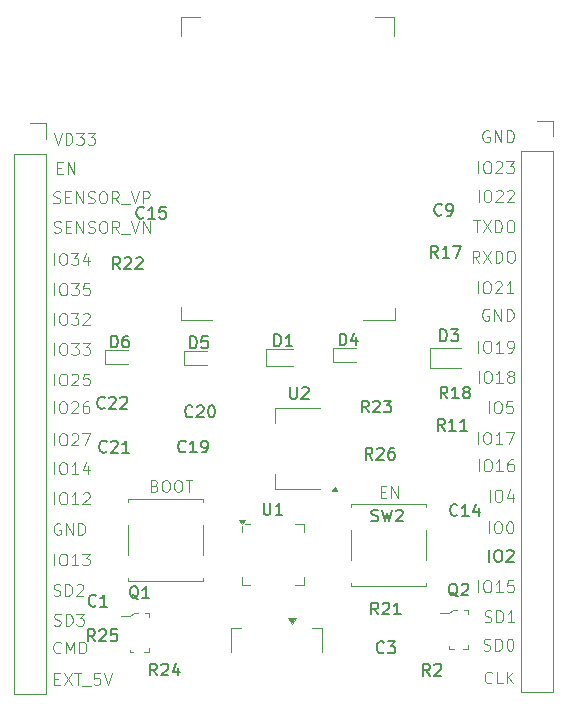
<source format=gbr>
%TF.GenerationSoftware,KiCad,Pcbnew,9.0.2*%
%TF.CreationDate,2025-07-05T23:34:38+05:30*%
%TF.ProjectId,_autosave-esp32devkitclone,5f617574-6f73-4617-9665-2d6573703332,rev?*%
%TF.SameCoordinates,Original*%
%TF.FileFunction,Legend,Top*%
%TF.FilePolarity,Positive*%
%FSLAX46Y46*%
G04 Gerber Fmt 4.6, Leading zero omitted, Abs format (unit mm)*
G04 Created by KiCad (PCBNEW 9.0.2) date 2025-07-05 23:34:38*
%MOMM*%
%LPD*%
G01*
G04 APERTURE LIST*
%ADD10C,0.100000*%
%ADD11C,0.150000*%
%ADD12C,0.120000*%
G04 APERTURE END LIST*
D10*
X164033884Y-102842419D02*
X164033884Y-101842419D01*
X164700550Y-101842419D02*
X164891026Y-101842419D01*
X164891026Y-101842419D02*
X164986264Y-101890038D01*
X164986264Y-101890038D02*
X165081502Y-101985276D01*
X165081502Y-101985276D02*
X165129121Y-102175752D01*
X165129121Y-102175752D02*
X165129121Y-102509085D01*
X165129121Y-102509085D02*
X165081502Y-102699561D01*
X165081502Y-102699561D02*
X164986264Y-102794800D01*
X164986264Y-102794800D02*
X164891026Y-102842419D01*
X164891026Y-102842419D02*
X164700550Y-102842419D01*
X164700550Y-102842419D02*
X164605312Y-102794800D01*
X164605312Y-102794800D02*
X164510074Y-102699561D01*
X164510074Y-102699561D02*
X164462455Y-102509085D01*
X164462455Y-102509085D02*
X164462455Y-102175752D01*
X164462455Y-102175752D02*
X164510074Y-101985276D01*
X164510074Y-101985276D02*
X164605312Y-101890038D01*
X164605312Y-101890038D02*
X164700550Y-101842419D01*
X165462455Y-101842419D02*
X166081502Y-101842419D01*
X166081502Y-101842419D02*
X165748169Y-102223371D01*
X165748169Y-102223371D02*
X165891026Y-102223371D01*
X165891026Y-102223371D02*
X165986264Y-102270990D01*
X165986264Y-102270990D02*
X166033883Y-102318609D01*
X166033883Y-102318609D02*
X166081502Y-102413847D01*
X166081502Y-102413847D02*
X166081502Y-102651942D01*
X166081502Y-102651942D02*
X166033883Y-102747180D01*
X166033883Y-102747180D02*
X165986264Y-102794800D01*
X165986264Y-102794800D02*
X165891026Y-102842419D01*
X165891026Y-102842419D02*
X165605312Y-102842419D01*
X165605312Y-102842419D02*
X165510074Y-102794800D01*
X165510074Y-102794800D02*
X165462455Y-102747180D01*
X166414836Y-101842419D02*
X167033883Y-101842419D01*
X167033883Y-101842419D02*
X166700550Y-102223371D01*
X166700550Y-102223371D02*
X166843407Y-102223371D01*
X166843407Y-102223371D02*
X166938645Y-102270990D01*
X166938645Y-102270990D02*
X166986264Y-102318609D01*
X166986264Y-102318609D02*
X167033883Y-102413847D01*
X167033883Y-102413847D02*
X167033883Y-102651942D01*
X167033883Y-102651942D02*
X166986264Y-102747180D01*
X166986264Y-102747180D02*
X166938645Y-102794800D01*
X166938645Y-102794800D02*
X166843407Y-102842419D01*
X166843407Y-102842419D02*
X166557693Y-102842419D01*
X166557693Y-102842419D02*
X166462455Y-102794800D01*
X166462455Y-102794800D02*
X166414836Y-102747180D01*
X200873884Y-115272419D02*
X200873884Y-114272419D01*
X201540550Y-114272419D02*
X201731026Y-114272419D01*
X201731026Y-114272419D02*
X201826264Y-114320038D01*
X201826264Y-114320038D02*
X201921502Y-114415276D01*
X201921502Y-114415276D02*
X201969121Y-114605752D01*
X201969121Y-114605752D02*
X201969121Y-114939085D01*
X201969121Y-114939085D02*
X201921502Y-115129561D01*
X201921502Y-115129561D02*
X201826264Y-115224800D01*
X201826264Y-115224800D02*
X201731026Y-115272419D01*
X201731026Y-115272419D02*
X201540550Y-115272419D01*
X201540550Y-115272419D02*
X201445312Y-115224800D01*
X201445312Y-115224800D02*
X201350074Y-115129561D01*
X201350074Y-115129561D02*
X201302455Y-114939085D01*
X201302455Y-114939085D02*
X201302455Y-114605752D01*
X201302455Y-114605752D02*
X201350074Y-114415276D01*
X201350074Y-114415276D02*
X201445312Y-114320038D01*
X201445312Y-114320038D02*
X201540550Y-114272419D01*
X202826264Y-114605752D02*
X202826264Y-115272419D01*
X202588169Y-114224800D02*
X202350074Y-114939085D01*
X202350074Y-114939085D02*
X202969121Y-114939085D01*
X200833884Y-117952419D02*
X200833884Y-116952419D01*
X201500550Y-116952419D02*
X201691026Y-116952419D01*
X201691026Y-116952419D02*
X201786264Y-117000038D01*
X201786264Y-117000038D02*
X201881502Y-117095276D01*
X201881502Y-117095276D02*
X201929121Y-117285752D01*
X201929121Y-117285752D02*
X201929121Y-117619085D01*
X201929121Y-117619085D02*
X201881502Y-117809561D01*
X201881502Y-117809561D02*
X201786264Y-117904800D01*
X201786264Y-117904800D02*
X201691026Y-117952419D01*
X201691026Y-117952419D02*
X201500550Y-117952419D01*
X201500550Y-117952419D02*
X201405312Y-117904800D01*
X201405312Y-117904800D02*
X201310074Y-117809561D01*
X201310074Y-117809561D02*
X201262455Y-117619085D01*
X201262455Y-117619085D02*
X201262455Y-117285752D01*
X201262455Y-117285752D02*
X201310074Y-117095276D01*
X201310074Y-117095276D02*
X201405312Y-117000038D01*
X201405312Y-117000038D02*
X201500550Y-116952419D01*
X202548169Y-116952419D02*
X202643407Y-116952419D01*
X202643407Y-116952419D02*
X202738645Y-117000038D01*
X202738645Y-117000038D02*
X202786264Y-117047657D01*
X202786264Y-117047657D02*
X202833883Y-117142895D01*
X202833883Y-117142895D02*
X202881502Y-117333371D01*
X202881502Y-117333371D02*
X202881502Y-117571466D01*
X202881502Y-117571466D02*
X202833883Y-117761942D01*
X202833883Y-117761942D02*
X202786264Y-117857180D01*
X202786264Y-117857180D02*
X202738645Y-117904800D01*
X202738645Y-117904800D02*
X202643407Y-117952419D01*
X202643407Y-117952419D02*
X202548169Y-117952419D01*
X202548169Y-117952419D02*
X202452931Y-117904800D01*
X202452931Y-117904800D02*
X202405312Y-117857180D01*
X202405312Y-117857180D02*
X202357693Y-117761942D01*
X202357693Y-117761942D02*
X202310074Y-117571466D01*
X202310074Y-117571466D02*
X202310074Y-117333371D01*
X202310074Y-117333371D02*
X202357693Y-117142895D01*
X202357693Y-117142895D02*
X202405312Y-117047657D01*
X202405312Y-117047657D02*
X202452931Y-117000038D01*
X202452931Y-117000038D02*
X202548169Y-116952419D01*
X163993884Y-107792419D02*
X163993884Y-106792419D01*
X164660550Y-106792419D02*
X164851026Y-106792419D01*
X164851026Y-106792419D02*
X164946264Y-106840038D01*
X164946264Y-106840038D02*
X165041502Y-106935276D01*
X165041502Y-106935276D02*
X165089121Y-107125752D01*
X165089121Y-107125752D02*
X165089121Y-107459085D01*
X165089121Y-107459085D02*
X165041502Y-107649561D01*
X165041502Y-107649561D02*
X164946264Y-107744800D01*
X164946264Y-107744800D02*
X164851026Y-107792419D01*
X164851026Y-107792419D02*
X164660550Y-107792419D01*
X164660550Y-107792419D02*
X164565312Y-107744800D01*
X164565312Y-107744800D02*
X164470074Y-107649561D01*
X164470074Y-107649561D02*
X164422455Y-107459085D01*
X164422455Y-107459085D02*
X164422455Y-107125752D01*
X164422455Y-107125752D02*
X164470074Y-106935276D01*
X164470074Y-106935276D02*
X164565312Y-106840038D01*
X164565312Y-106840038D02*
X164660550Y-106792419D01*
X165470074Y-106887657D02*
X165517693Y-106840038D01*
X165517693Y-106840038D02*
X165612931Y-106792419D01*
X165612931Y-106792419D02*
X165851026Y-106792419D01*
X165851026Y-106792419D02*
X165946264Y-106840038D01*
X165946264Y-106840038D02*
X165993883Y-106887657D01*
X165993883Y-106887657D02*
X166041502Y-106982895D01*
X166041502Y-106982895D02*
X166041502Y-107078133D01*
X166041502Y-107078133D02*
X165993883Y-107220990D01*
X165993883Y-107220990D02*
X165422455Y-107792419D01*
X165422455Y-107792419D02*
X166041502Y-107792419D01*
X166898645Y-106792419D02*
X166708169Y-106792419D01*
X166708169Y-106792419D02*
X166612931Y-106840038D01*
X166612931Y-106840038D02*
X166565312Y-106887657D01*
X166565312Y-106887657D02*
X166470074Y-107030514D01*
X166470074Y-107030514D02*
X166422455Y-107220990D01*
X166422455Y-107220990D02*
X166422455Y-107601942D01*
X166422455Y-107601942D02*
X166470074Y-107697180D01*
X166470074Y-107697180D02*
X166517693Y-107744800D01*
X166517693Y-107744800D02*
X166612931Y-107792419D01*
X166612931Y-107792419D02*
X166803407Y-107792419D01*
X166803407Y-107792419D02*
X166898645Y-107744800D01*
X166898645Y-107744800D02*
X166946264Y-107697180D01*
X166946264Y-107697180D02*
X166993883Y-107601942D01*
X166993883Y-107601942D02*
X166993883Y-107363847D01*
X166993883Y-107363847D02*
X166946264Y-107268609D01*
X166946264Y-107268609D02*
X166898645Y-107220990D01*
X166898645Y-107220990D02*
X166803407Y-107173371D01*
X166803407Y-107173371D02*
X166612931Y-107173371D01*
X166612931Y-107173371D02*
X166517693Y-107220990D01*
X166517693Y-107220990D02*
X166470074Y-107268609D01*
X166470074Y-107268609D02*
X166422455Y-107363847D01*
X199923884Y-87462419D02*
X199923884Y-86462419D01*
X200590550Y-86462419D02*
X200781026Y-86462419D01*
X200781026Y-86462419D02*
X200876264Y-86510038D01*
X200876264Y-86510038D02*
X200971502Y-86605276D01*
X200971502Y-86605276D02*
X201019121Y-86795752D01*
X201019121Y-86795752D02*
X201019121Y-87129085D01*
X201019121Y-87129085D02*
X200971502Y-87319561D01*
X200971502Y-87319561D02*
X200876264Y-87414800D01*
X200876264Y-87414800D02*
X200781026Y-87462419D01*
X200781026Y-87462419D02*
X200590550Y-87462419D01*
X200590550Y-87462419D02*
X200495312Y-87414800D01*
X200495312Y-87414800D02*
X200400074Y-87319561D01*
X200400074Y-87319561D02*
X200352455Y-87129085D01*
X200352455Y-87129085D02*
X200352455Y-86795752D01*
X200352455Y-86795752D02*
X200400074Y-86605276D01*
X200400074Y-86605276D02*
X200495312Y-86510038D01*
X200495312Y-86510038D02*
X200590550Y-86462419D01*
X201400074Y-86557657D02*
X201447693Y-86510038D01*
X201447693Y-86510038D02*
X201542931Y-86462419D01*
X201542931Y-86462419D02*
X201781026Y-86462419D01*
X201781026Y-86462419D02*
X201876264Y-86510038D01*
X201876264Y-86510038D02*
X201923883Y-86557657D01*
X201923883Y-86557657D02*
X201971502Y-86652895D01*
X201971502Y-86652895D02*
X201971502Y-86748133D01*
X201971502Y-86748133D02*
X201923883Y-86890990D01*
X201923883Y-86890990D02*
X201352455Y-87462419D01*
X201352455Y-87462419D02*
X201971502Y-87462419D01*
X202304836Y-86462419D02*
X202923883Y-86462419D01*
X202923883Y-86462419D02*
X202590550Y-86843371D01*
X202590550Y-86843371D02*
X202733407Y-86843371D01*
X202733407Y-86843371D02*
X202828645Y-86890990D01*
X202828645Y-86890990D02*
X202876264Y-86938609D01*
X202876264Y-86938609D02*
X202923883Y-87033847D01*
X202923883Y-87033847D02*
X202923883Y-87271942D01*
X202923883Y-87271942D02*
X202876264Y-87367180D01*
X202876264Y-87367180D02*
X202828645Y-87414800D01*
X202828645Y-87414800D02*
X202733407Y-87462419D01*
X202733407Y-87462419D02*
X202447693Y-87462419D01*
X202447693Y-87462419D02*
X202352455Y-87414800D01*
X202352455Y-87414800D02*
X202304836Y-87367180D01*
X164033884Y-97792419D02*
X164033884Y-96792419D01*
X164700550Y-96792419D02*
X164891026Y-96792419D01*
X164891026Y-96792419D02*
X164986264Y-96840038D01*
X164986264Y-96840038D02*
X165081502Y-96935276D01*
X165081502Y-96935276D02*
X165129121Y-97125752D01*
X165129121Y-97125752D02*
X165129121Y-97459085D01*
X165129121Y-97459085D02*
X165081502Y-97649561D01*
X165081502Y-97649561D02*
X164986264Y-97744800D01*
X164986264Y-97744800D02*
X164891026Y-97792419D01*
X164891026Y-97792419D02*
X164700550Y-97792419D01*
X164700550Y-97792419D02*
X164605312Y-97744800D01*
X164605312Y-97744800D02*
X164510074Y-97649561D01*
X164510074Y-97649561D02*
X164462455Y-97459085D01*
X164462455Y-97459085D02*
X164462455Y-97125752D01*
X164462455Y-97125752D02*
X164510074Y-96935276D01*
X164510074Y-96935276D02*
X164605312Y-96840038D01*
X164605312Y-96840038D02*
X164700550Y-96792419D01*
X165462455Y-96792419D02*
X166081502Y-96792419D01*
X166081502Y-96792419D02*
X165748169Y-97173371D01*
X165748169Y-97173371D02*
X165891026Y-97173371D01*
X165891026Y-97173371D02*
X165986264Y-97220990D01*
X165986264Y-97220990D02*
X166033883Y-97268609D01*
X166033883Y-97268609D02*
X166081502Y-97363847D01*
X166081502Y-97363847D02*
X166081502Y-97601942D01*
X166081502Y-97601942D02*
X166033883Y-97697180D01*
X166033883Y-97697180D02*
X165986264Y-97744800D01*
X165986264Y-97744800D02*
X165891026Y-97792419D01*
X165891026Y-97792419D02*
X165605312Y-97792419D01*
X165605312Y-97792419D02*
X165510074Y-97744800D01*
X165510074Y-97744800D02*
X165462455Y-97697180D01*
X166986264Y-96792419D02*
X166510074Y-96792419D01*
X166510074Y-96792419D02*
X166462455Y-97268609D01*
X166462455Y-97268609D02*
X166510074Y-97220990D01*
X166510074Y-97220990D02*
X166605312Y-97173371D01*
X166605312Y-97173371D02*
X166843407Y-97173371D01*
X166843407Y-97173371D02*
X166938645Y-97220990D01*
X166938645Y-97220990D02*
X166986264Y-97268609D01*
X166986264Y-97268609D02*
X167033883Y-97363847D01*
X167033883Y-97363847D02*
X167033883Y-97601942D01*
X167033883Y-97601942D02*
X166986264Y-97697180D01*
X166986264Y-97697180D02*
X166938645Y-97744800D01*
X166938645Y-97744800D02*
X166843407Y-97792419D01*
X166843407Y-97792419D02*
X166605312Y-97792419D01*
X166605312Y-97792419D02*
X166510074Y-97744800D01*
X166510074Y-97744800D02*
X166462455Y-97697180D01*
X164013884Y-120682419D02*
X164013884Y-119682419D01*
X164680550Y-119682419D02*
X164871026Y-119682419D01*
X164871026Y-119682419D02*
X164966264Y-119730038D01*
X164966264Y-119730038D02*
X165061502Y-119825276D01*
X165061502Y-119825276D02*
X165109121Y-120015752D01*
X165109121Y-120015752D02*
X165109121Y-120349085D01*
X165109121Y-120349085D02*
X165061502Y-120539561D01*
X165061502Y-120539561D02*
X164966264Y-120634800D01*
X164966264Y-120634800D02*
X164871026Y-120682419D01*
X164871026Y-120682419D02*
X164680550Y-120682419D01*
X164680550Y-120682419D02*
X164585312Y-120634800D01*
X164585312Y-120634800D02*
X164490074Y-120539561D01*
X164490074Y-120539561D02*
X164442455Y-120349085D01*
X164442455Y-120349085D02*
X164442455Y-120015752D01*
X164442455Y-120015752D02*
X164490074Y-119825276D01*
X164490074Y-119825276D02*
X164585312Y-119730038D01*
X164585312Y-119730038D02*
X164680550Y-119682419D01*
X166061502Y-120682419D02*
X165490074Y-120682419D01*
X165775788Y-120682419D02*
X165775788Y-119682419D01*
X165775788Y-119682419D02*
X165680550Y-119825276D01*
X165680550Y-119825276D02*
X165585312Y-119920514D01*
X165585312Y-119920514D02*
X165490074Y-119968133D01*
X166394836Y-119682419D02*
X167013883Y-119682419D01*
X167013883Y-119682419D02*
X166680550Y-120063371D01*
X166680550Y-120063371D02*
X166823407Y-120063371D01*
X166823407Y-120063371D02*
X166918645Y-120110990D01*
X166918645Y-120110990D02*
X166966264Y-120158609D01*
X166966264Y-120158609D02*
X167013883Y-120253847D01*
X167013883Y-120253847D02*
X167013883Y-120491942D01*
X167013883Y-120491942D02*
X166966264Y-120587180D01*
X166966264Y-120587180D02*
X166918645Y-120634800D01*
X166918645Y-120634800D02*
X166823407Y-120682419D01*
X166823407Y-120682419D02*
X166537693Y-120682419D01*
X166537693Y-120682419D02*
X166442455Y-120634800D01*
X166442455Y-120634800D02*
X166394836Y-120587180D01*
X172517217Y-113918609D02*
X172660074Y-113966228D01*
X172660074Y-113966228D02*
X172707693Y-114013847D01*
X172707693Y-114013847D02*
X172755312Y-114109085D01*
X172755312Y-114109085D02*
X172755312Y-114251942D01*
X172755312Y-114251942D02*
X172707693Y-114347180D01*
X172707693Y-114347180D02*
X172660074Y-114394800D01*
X172660074Y-114394800D02*
X172564836Y-114442419D01*
X172564836Y-114442419D02*
X172183884Y-114442419D01*
X172183884Y-114442419D02*
X172183884Y-113442419D01*
X172183884Y-113442419D02*
X172517217Y-113442419D01*
X172517217Y-113442419D02*
X172612455Y-113490038D01*
X172612455Y-113490038D02*
X172660074Y-113537657D01*
X172660074Y-113537657D02*
X172707693Y-113632895D01*
X172707693Y-113632895D02*
X172707693Y-113728133D01*
X172707693Y-113728133D02*
X172660074Y-113823371D01*
X172660074Y-113823371D02*
X172612455Y-113870990D01*
X172612455Y-113870990D02*
X172517217Y-113918609D01*
X172517217Y-113918609D02*
X172183884Y-113918609D01*
X173374360Y-113442419D02*
X173564836Y-113442419D01*
X173564836Y-113442419D02*
X173660074Y-113490038D01*
X173660074Y-113490038D02*
X173755312Y-113585276D01*
X173755312Y-113585276D02*
X173802931Y-113775752D01*
X173802931Y-113775752D02*
X173802931Y-114109085D01*
X173802931Y-114109085D02*
X173755312Y-114299561D01*
X173755312Y-114299561D02*
X173660074Y-114394800D01*
X173660074Y-114394800D02*
X173564836Y-114442419D01*
X173564836Y-114442419D02*
X173374360Y-114442419D01*
X173374360Y-114442419D02*
X173279122Y-114394800D01*
X173279122Y-114394800D02*
X173183884Y-114299561D01*
X173183884Y-114299561D02*
X173136265Y-114109085D01*
X173136265Y-114109085D02*
X173136265Y-113775752D01*
X173136265Y-113775752D02*
X173183884Y-113585276D01*
X173183884Y-113585276D02*
X173279122Y-113490038D01*
X173279122Y-113490038D02*
X173374360Y-113442419D01*
X174421979Y-113442419D02*
X174612455Y-113442419D01*
X174612455Y-113442419D02*
X174707693Y-113490038D01*
X174707693Y-113490038D02*
X174802931Y-113585276D01*
X174802931Y-113585276D02*
X174850550Y-113775752D01*
X174850550Y-113775752D02*
X174850550Y-114109085D01*
X174850550Y-114109085D02*
X174802931Y-114299561D01*
X174802931Y-114299561D02*
X174707693Y-114394800D01*
X174707693Y-114394800D02*
X174612455Y-114442419D01*
X174612455Y-114442419D02*
X174421979Y-114442419D01*
X174421979Y-114442419D02*
X174326741Y-114394800D01*
X174326741Y-114394800D02*
X174231503Y-114299561D01*
X174231503Y-114299561D02*
X174183884Y-114109085D01*
X174183884Y-114109085D02*
X174183884Y-113775752D01*
X174183884Y-113775752D02*
X174231503Y-113585276D01*
X174231503Y-113585276D02*
X174326741Y-113490038D01*
X174326741Y-113490038D02*
X174421979Y-113442419D01*
X175136265Y-113442419D02*
X175707693Y-113442419D01*
X175421979Y-114442419D02*
X175421979Y-113442419D01*
X199943884Y-89902419D02*
X199943884Y-88902419D01*
X200610550Y-88902419D02*
X200801026Y-88902419D01*
X200801026Y-88902419D02*
X200896264Y-88950038D01*
X200896264Y-88950038D02*
X200991502Y-89045276D01*
X200991502Y-89045276D02*
X201039121Y-89235752D01*
X201039121Y-89235752D02*
X201039121Y-89569085D01*
X201039121Y-89569085D02*
X200991502Y-89759561D01*
X200991502Y-89759561D02*
X200896264Y-89854800D01*
X200896264Y-89854800D02*
X200801026Y-89902419D01*
X200801026Y-89902419D02*
X200610550Y-89902419D01*
X200610550Y-89902419D02*
X200515312Y-89854800D01*
X200515312Y-89854800D02*
X200420074Y-89759561D01*
X200420074Y-89759561D02*
X200372455Y-89569085D01*
X200372455Y-89569085D02*
X200372455Y-89235752D01*
X200372455Y-89235752D02*
X200420074Y-89045276D01*
X200420074Y-89045276D02*
X200515312Y-88950038D01*
X200515312Y-88950038D02*
X200610550Y-88902419D01*
X201420074Y-88997657D02*
X201467693Y-88950038D01*
X201467693Y-88950038D02*
X201562931Y-88902419D01*
X201562931Y-88902419D02*
X201801026Y-88902419D01*
X201801026Y-88902419D02*
X201896264Y-88950038D01*
X201896264Y-88950038D02*
X201943883Y-88997657D01*
X201943883Y-88997657D02*
X201991502Y-89092895D01*
X201991502Y-89092895D02*
X201991502Y-89188133D01*
X201991502Y-89188133D02*
X201943883Y-89330990D01*
X201943883Y-89330990D02*
X201372455Y-89902419D01*
X201372455Y-89902419D02*
X201991502Y-89902419D01*
X202372455Y-88997657D02*
X202420074Y-88950038D01*
X202420074Y-88950038D02*
X202515312Y-88902419D01*
X202515312Y-88902419D02*
X202753407Y-88902419D01*
X202753407Y-88902419D02*
X202848645Y-88950038D01*
X202848645Y-88950038D02*
X202896264Y-88997657D01*
X202896264Y-88997657D02*
X202943883Y-89092895D01*
X202943883Y-89092895D02*
X202943883Y-89188133D01*
X202943883Y-89188133D02*
X202896264Y-89330990D01*
X202896264Y-89330990D02*
X202324836Y-89902419D01*
X202324836Y-89902419D02*
X202943883Y-89902419D01*
X200813884Y-107782419D02*
X200813884Y-106782419D01*
X201480550Y-106782419D02*
X201671026Y-106782419D01*
X201671026Y-106782419D02*
X201766264Y-106830038D01*
X201766264Y-106830038D02*
X201861502Y-106925276D01*
X201861502Y-106925276D02*
X201909121Y-107115752D01*
X201909121Y-107115752D02*
X201909121Y-107449085D01*
X201909121Y-107449085D02*
X201861502Y-107639561D01*
X201861502Y-107639561D02*
X201766264Y-107734800D01*
X201766264Y-107734800D02*
X201671026Y-107782419D01*
X201671026Y-107782419D02*
X201480550Y-107782419D01*
X201480550Y-107782419D02*
X201385312Y-107734800D01*
X201385312Y-107734800D02*
X201290074Y-107639561D01*
X201290074Y-107639561D02*
X201242455Y-107449085D01*
X201242455Y-107449085D02*
X201242455Y-107115752D01*
X201242455Y-107115752D02*
X201290074Y-106925276D01*
X201290074Y-106925276D02*
X201385312Y-106830038D01*
X201385312Y-106830038D02*
X201480550Y-106782419D01*
X202813883Y-106782419D02*
X202337693Y-106782419D01*
X202337693Y-106782419D02*
X202290074Y-107258609D01*
X202290074Y-107258609D02*
X202337693Y-107210990D01*
X202337693Y-107210990D02*
X202432931Y-107163371D01*
X202432931Y-107163371D02*
X202671026Y-107163371D01*
X202671026Y-107163371D02*
X202766264Y-107210990D01*
X202766264Y-107210990D02*
X202813883Y-107258609D01*
X202813883Y-107258609D02*
X202861502Y-107353847D01*
X202861502Y-107353847D02*
X202861502Y-107591942D01*
X202861502Y-107591942D02*
X202813883Y-107687180D01*
X202813883Y-107687180D02*
X202766264Y-107734800D01*
X202766264Y-107734800D02*
X202671026Y-107782419D01*
X202671026Y-107782419D02*
X202432931Y-107782419D01*
X202432931Y-107782419D02*
X202337693Y-107734800D01*
X202337693Y-107734800D02*
X202290074Y-107687180D01*
X199933884Y-122932419D02*
X199933884Y-121932419D01*
X200600550Y-121932419D02*
X200791026Y-121932419D01*
X200791026Y-121932419D02*
X200886264Y-121980038D01*
X200886264Y-121980038D02*
X200981502Y-122075276D01*
X200981502Y-122075276D02*
X201029121Y-122265752D01*
X201029121Y-122265752D02*
X201029121Y-122599085D01*
X201029121Y-122599085D02*
X200981502Y-122789561D01*
X200981502Y-122789561D02*
X200886264Y-122884800D01*
X200886264Y-122884800D02*
X200791026Y-122932419D01*
X200791026Y-122932419D02*
X200600550Y-122932419D01*
X200600550Y-122932419D02*
X200505312Y-122884800D01*
X200505312Y-122884800D02*
X200410074Y-122789561D01*
X200410074Y-122789561D02*
X200362455Y-122599085D01*
X200362455Y-122599085D02*
X200362455Y-122265752D01*
X200362455Y-122265752D02*
X200410074Y-122075276D01*
X200410074Y-122075276D02*
X200505312Y-121980038D01*
X200505312Y-121980038D02*
X200600550Y-121932419D01*
X201981502Y-122932419D02*
X201410074Y-122932419D01*
X201695788Y-122932419D02*
X201695788Y-121932419D01*
X201695788Y-121932419D02*
X201600550Y-122075276D01*
X201600550Y-122075276D02*
X201505312Y-122170514D01*
X201505312Y-122170514D02*
X201410074Y-122218133D01*
X202886264Y-121932419D02*
X202410074Y-121932419D01*
X202410074Y-121932419D02*
X202362455Y-122408609D01*
X202362455Y-122408609D02*
X202410074Y-122360990D01*
X202410074Y-122360990D02*
X202505312Y-122313371D01*
X202505312Y-122313371D02*
X202743407Y-122313371D01*
X202743407Y-122313371D02*
X202838645Y-122360990D01*
X202838645Y-122360990D02*
X202886264Y-122408609D01*
X202886264Y-122408609D02*
X202933883Y-122503847D01*
X202933883Y-122503847D02*
X202933883Y-122741942D01*
X202933883Y-122741942D02*
X202886264Y-122837180D01*
X202886264Y-122837180D02*
X202838645Y-122884800D01*
X202838645Y-122884800D02*
X202743407Y-122932419D01*
X202743407Y-122932419D02*
X202505312Y-122932419D01*
X202505312Y-122932419D02*
X202410074Y-122884800D01*
X202410074Y-122884800D02*
X202362455Y-122837180D01*
X199953884Y-112702419D02*
X199953884Y-111702419D01*
X200620550Y-111702419D02*
X200811026Y-111702419D01*
X200811026Y-111702419D02*
X200906264Y-111750038D01*
X200906264Y-111750038D02*
X201001502Y-111845276D01*
X201001502Y-111845276D02*
X201049121Y-112035752D01*
X201049121Y-112035752D02*
X201049121Y-112369085D01*
X201049121Y-112369085D02*
X201001502Y-112559561D01*
X201001502Y-112559561D02*
X200906264Y-112654800D01*
X200906264Y-112654800D02*
X200811026Y-112702419D01*
X200811026Y-112702419D02*
X200620550Y-112702419D01*
X200620550Y-112702419D02*
X200525312Y-112654800D01*
X200525312Y-112654800D02*
X200430074Y-112559561D01*
X200430074Y-112559561D02*
X200382455Y-112369085D01*
X200382455Y-112369085D02*
X200382455Y-112035752D01*
X200382455Y-112035752D02*
X200430074Y-111845276D01*
X200430074Y-111845276D02*
X200525312Y-111750038D01*
X200525312Y-111750038D02*
X200620550Y-111702419D01*
X202001502Y-112702419D02*
X201430074Y-112702419D01*
X201715788Y-112702419D02*
X201715788Y-111702419D01*
X201715788Y-111702419D02*
X201620550Y-111845276D01*
X201620550Y-111845276D02*
X201525312Y-111940514D01*
X201525312Y-111940514D02*
X201430074Y-111988133D01*
X202858645Y-111702419D02*
X202668169Y-111702419D01*
X202668169Y-111702419D02*
X202572931Y-111750038D01*
X202572931Y-111750038D02*
X202525312Y-111797657D01*
X202525312Y-111797657D02*
X202430074Y-111940514D01*
X202430074Y-111940514D02*
X202382455Y-112130990D01*
X202382455Y-112130990D02*
X202382455Y-112511942D01*
X202382455Y-112511942D02*
X202430074Y-112607180D01*
X202430074Y-112607180D02*
X202477693Y-112654800D01*
X202477693Y-112654800D02*
X202572931Y-112702419D01*
X202572931Y-112702419D02*
X202763407Y-112702419D01*
X202763407Y-112702419D02*
X202858645Y-112654800D01*
X202858645Y-112654800D02*
X202906264Y-112607180D01*
X202906264Y-112607180D02*
X202953883Y-112511942D01*
X202953883Y-112511942D02*
X202953883Y-112273847D01*
X202953883Y-112273847D02*
X202906264Y-112178609D01*
X202906264Y-112178609D02*
X202858645Y-112130990D01*
X202858645Y-112130990D02*
X202763407Y-112083371D01*
X202763407Y-112083371D02*
X202572931Y-112083371D01*
X202572931Y-112083371D02*
X202477693Y-112130990D01*
X202477693Y-112130990D02*
X202430074Y-112178609D01*
X202430074Y-112178609D02*
X202382455Y-112273847D01*
X164013884Y-112942419D02*
X164013884Y-111942419D01*
X164680550Y-111942419D02*
X164871026Y-111942419D01*
X164871026Y-111942419D02*
X164966264Y-111990038D01*
X164966264Y-111990038D02*
X165061502Y-112085276D01*
X165061502Y-112085276D02*
X165109121Y-112275752D01*
X165109121Y-112275752D02*
X165109121Y-112609085D01*
X165109121Y-112609085D02*
X165061502Y-112799561D01*
X165061502Y-112799561D02*
X164966264Y-112894800D01*
X164966264Y-112894800D02*
X164871026Y-112942419D01*
X164871026Y-112942419D02*
X164680550Y-112942419D01*
X164680550Y-112942419D02*
X164585312Y-112894800D01*
X164585312Y-112894800D02*
X164490074Y-112799561D01*
X164490074Y-112799561D02*
X164442455Y-112609085D01*
X164442455Y-112609085D02*
X164442455Y-112275752D01*
X164442455Y-112275752D02*
X164490074Y-112085276D01*
X164490074Y-112085276D02*
X164585312Y-111990038D01*
X164585312Y-111990038D02*
X164680550Y-111942419D01*
X166061502Y-112942419D02*
X165490074Y-112942419D01*
X165775788Y-112942419D02*
X165775788Y-111942419D01*
X165775788Y-111942419D02*
X165680550Y-112085276D01*
X165680550Y-112085276D02*
X165585312Y-112180514D01*
X165585312Y-112180514D02*
X165490074Y-112228133D01*
X166918645Y-112275752D02*
X166918645Y-112942419D01*
X166680550Y-111894800D02*
X166442455Y-112609085D01*
X166442455Y-112609085D02*
X167061502Y-112609085D01*
D11*
X200856779Y-120379819D02*
X200856779Y-119379819D01*
X201523445Y-119379819D02*
X201713921Y-119379819D01*
X201713921Y-119379819D02*
X201809159Y-119427438D01*
X201809159Y-119427438D02*
X201904397Y-119522676D01*
X201904397Y-119522676D02*
X201952016Y-119713152D01*
X201952016Y-119713152D02*
X201952016Y-120046485D01*
X201952016Y-120046485D02*
X201904397Y-120236961D01*
X201904397Y-120236961D02*
X201809159Y-120332200D01*
X201809159Y-120332200D02*
X201713921Y-120379819D01*
X201713921Y-120379819D02*
X201523445Y-120379819D01*
X201523445Y-120379819D02*
X201428207Y-120332200D01*
X201428207Y-120332200D02*
X201332969Y-120236961D01*
X201332969Y-120236961D02*
X201285350Y-120046485D01*
X201285350Y-120046485D02*
X201285350Y-119713152D01*
X201285350Y-119713152D02*
X201332969Y-119522676D01*
X201332969Y-119522676D02*
X201428207Y-119427438D01*
X201428207Y-119427438D02*
X201523445Y-119379819D01*
X202332969Y-119475057D02*
X202380588Y-119427438D01*
X202380588Y-119427438D02*
X202475826Y-119379819D01*
X202475826Y-119379819D02*
X202713921Y-119379819D01*
X202713921Y-119379819D02*
X202809159Y-119427438D01*
X202809159Y-119427438D02*
X202856778Y-119475057D01*
X202856778Y-119475057D02*
X202904397Y-119570295D01*
X202904397Y-119570295D02*
X202904397Y-119665533D01*
X202904397Y-119665533D02*
X202856778Y-119808390D01*
X202856778Y-119808390D02*
X202285350Y-120379819D01*
X202285350Y-120379819D02*
X202904397Y-120379819D01*
D10*
X199501027Y-91472419D02*
X200072455Y-91472419D01*
X199786741Y-92472419D02*
X199786741Y-91472419D01*
X200310551Y-91472419D02*
X200977217Y-92472419D01*
X200977217Y-91472419D02*
X200310551Y-92472419D01*
X201358170Y-92472419D02*
X201358170Y-91472419D01*
X201358170Y-91472419D02*
X201596265Y-91472419D01*
X201596265Y-91472419D02*
X201739122Y-91520038D01*
X201739122Y-91520038D02*
X201834360Y-91615276D01*
X201834360Y-91615276D02*
X201881979Y-91710514D01*
X201881979Y-91710514D02*
X201929598Y-91900990D01*
X201929598Y-91900990D02*
X201929598Y-92043847D01*
X201929598Y-92043847D02*
X201881979Y-92234323D01*
X201881979Y-92234323D02*
X201834360Y-92329561D01*
X201834360Y-92329561D02*
X201739122Y-92424800D01*
X201739122Y-92424800D02*
X201596265Y-92472419D01*
X201596265Y-92472419D02*
X201358170Y-92472419D01*
X202548646Y-91472419D02*
X202739122Y-91472419D01*
X202739122Y-91472419D02*
X202834360Y-91520038D01*
X202834360Y-91520038D02*
X202929598Y-91615276D01*
X202929598Y-91615276D02*
X202977217Y-91805752D01*
X202977217Y-91805752D02*
X202977217Y-92139085D01*
X202977217Y-92139085D02*
X202929598Y-92329561D01*
X202929598Y-92329561D02*
X202834360Y-92424800D01*
X202834360Y-92424800D02*
X202739122Y-92472419D01*
X202739122Y-92472419D02*
X202548646Y-92472419D01*
X202548646Y-92472419D02*
X202453408Y-92424800D01*
X202453408Y-92424800D02*
X202358170Y-92329561D01*
X202358170Y-92329561D02*
X202310551Y-92139085D01*
X202310551Y-92139085D02*
X202310551Y-91805752D01*
X202310551Y-91805752D02*
X202358170Y-91615276D01*
X202358170Y-91615276D02*
X202453408Y-91520038D01*
X202453408Y-91520038D02*
X202548646Y-91472419D01*
X199933884Y-102652419D02*
X199933884Y-101652419D01*
X200600550Y-101652419D02*
X200791026Y-101652419D01*
X200791026Y-101652419D02*
X200886264Y-101700038D01*
X200886264Y-101700038D02*
X200981502Y-101795276D01*
X200981502Y-101795276D02*
X201029121Y-101985752D01*
X201029121Y-101985752D02*
X201029121Y-102319085D01*
X201029121Y-102319085D02*
X200981502Y-102509561D01*
X200981502Y-102509561D02*
X200886264Y-102604800D01*
X200886264Y-102604800D02*
X200791026Y-102652419D01*
X200791026Y-102652419D02*
X200600550Y-102652419D01*
X200600550Y-102652419D02*
X200505312Y-102604800D01*
X200505312Y-102604800D02*
X200410074Y-102509561D01*
X200410074Y-102509561D02*
X200362455Y-102319085D01*
X200362455Y-102319085D02*
X200362455Y-101985752D01*
X200362455Y-101985752D02*
X200410074Y-101795276D01*
X200410074Y-101795276D02*
X200505312Y-101700038D01*
X200505312Y-101700038D02*
X200600550Y-101652419D01*
X201981502Y-102652419D02*
X201410074Y-102652419D01*
X201695788Y-102652419D02*
X201695788Y-101652419D01*
X201695788Y-101652419D02*
X201600550Y-101795276D01*
X201600550Y-101795276D02*
X201505312Y-101890514D01*
X201505312Y-101890514D02*
X201410074Y-101938133D01*
X202457693Y-102652419D02*
X202648169Y-102652419D01*
X202648169Y-102652419D02*
X202743407Y-102604800D01*
X202743407Y-102604800D02*
X202791026Y-102557180D01*
X202791026Y-102557180D02*
X202886264Y-102414323D01*
X202886264Y-102414323D02*
X202933883Y-102223847D01*
X202933883Y-102223847D02*
X202933883Y-101842895D01*
X202933883Y-101842895D02*
X202886264Y-101747657D01*
X202886264Y-101747657D02*
X202838645Y-101700038D01*
X202838645Y-101700038D02*
X202743407Y-101652419D01*
X202743407Y-101652419D02*
X202552931Y-101652419D01*
X202552931Y-101652419D02*
X202457693Y-101700038D01*
X202457693Y-101700038D02*
X202410074Y-101747657D01*
X202410074Y-101747657D02*
X202362455Y-101842895D01*
X202362455Y-101842895D02*
X202362455Y-102080990D01*
X202362455Y-102080990D02*
X202410074Y-102176228D01*
X202410074Y-102176228D02*
X202457693Y-102223847D01*
X202457693Y-102223847D02*
X202552931Y-102271466D01*
X202552931Y-102271466D02*
X202743407Y-102271466D01*
X202743407Y-102271466D02*
X202838645Y-102223847D01*
X202838645Y-102223847D02*
X202886264Y-102176228D01*
X202886264Y-102176228D02*
X202933883Y-102080990D01*
X191663884Y-114418609D02*
X191997217Y-114418609D01*
X192140074Y-114942419D02*
X191663884Y-114942419D01*
X191663884Y-114942419D02*
X191663884Y-113942419D01*
X191663884Y-113942419D02*
X192140074Y-113942419D01*
X192568646Y-114942419D02*
X192568646Y-113942419D01*
X192568646Y-113942419D02*
X193140074Y-114942419D01*
X193140074Y-114942419D02*
X193140074Y-113942419D01*
X163996265Y-125724800D02*
X164139122Y-125772419D01*
X164139122Y-125772419D02*
X164377217Y-125772419D01*
X164377217Y-125772419D02*
X164472455Y-125724800D01*
X164472455Y-125724800D02*
X164520074Y-125677180D01*
X164520074Y-125677180D02*
X164567693Y-125581942D01*
X164567693Y-125581942D02*
X164567693Y-125486704D01*
X164567693Y-125486704D02*
X164520074Y-125391466D01*
X164520074Y-125391466D02*
X164472455Y-125343847D01*
X164472455Y-125343847D02*
X164377217Y-125296228D01*
X164377217Y-125296228D02*
X164186741Y-125248609D01*
X164186741Y-125248609D02*
X164091503Y-125200990D01*
X164091503Y-125200990D02*
X164043884Y-125153371D01*
X164043884Y-125153371D02*
X163996265Y-125058133D01*
X163996265Y-125058133D02*
X163996265Y-124962895D01*
X163996265Y-124962895D02*
X164043884Y-124867657D01*
X164043884Y-124867657D02*
X164091503Y-124820038D01*
X164091503Y-124820038D02*
X164186741Y-124772419D01*
X164186741Y-124772419D02*
X164424836Y-124772419D01*
X164424836Y-124772419D02*
X164567693Y-124820038D01*
X164996265Y-125772419D02*
X164996265Y-124772419D01*
X164996265Y-124772419D02*
X165234360Y-124772419D01*
X165234360Y-124772419D02*
X165377217Y-124820038D01*
X165377217Y-124820038D02*
X165472455Y-124915276D01*
X165472455Y-124915276D02*
X165520074Y-125010514D01*
X165520074Y-125010514D02*
X165567693Y-125200990D01*
X165567693Y-125200990D02*
X165567693Y-125343847D01*
X165567693Y-125343847D02*
X165520074Y-125534323D01*
X165520074Y-125534323D02*
X165472455Y-125629561D01*
X165472455Y-125629561D02*
X165377217Y-125724800D01*
X165377217Y-125724800D02*
X165234360Y-125772419D01*
X165234360Y-125772419D02*
X164996265Y-125772419D01*
X165901027Y-124772419D02*
X166520074Y-124772419D01*
X166520074Y-124772419D02*
X166186741Y-125153371D01*
X166186741Y-125153371D02*
X166329598Y-125153371D01*
X166329598Y-125153371D02*
X166424836Y-125200990D01*
X166424836Y-125200990D02*
X166472455Y-125248609D01*
X166472455Y-125248609D02*
X166520074Y-125343847D01*
X166520074Y-125343847D02*
X166520074Y-125581942D01*
X166520074Y-125581942D02*
X166472455Y-125677180D01*
X166472455Y-125677180D02*
X166424836Y-125724800D01*
X166424836Y-125724800D02*
X166329598Y-125772419D01*
X166329598Y-125772419D02*
X166043884Y-125772419D01*
X166043884Y-125772419D02*
X165948646Y-125724800D01*
X165948646Y-125724800D02*
X165901027Y-125677180D01*
X164023884Y-100312419D02*
X164023884Y-99312419D01*
X164690550Y-99312419D02*
X164881026Y-99312419D01*
X164881026Y-99312419D02*
X164976264Y-99360038D01*
X164976264Y-99360038D02*
X165071502Y-99455276D01*
X165071502Y-99455276D02*
X165119121Y-99645752D01*
X165119121Y-99645752D02*
X165119121Y-99979085D01*
X165119121Y-99979085D02*
X165071502Y-100169561D01*
X165071502Y-100169561D02*
X164976264Y-100264800D01*
X164976264Y-100264800D02*
X164881026Y-100312419D01*
X164881026Y-100312419D02*
X164690550Y-100312419D01*
X164690550Y-100312419D02*
X164595312Y-100264800D01*
X164595312Y-100264800D02*
X164500074Y-100169561D01*
X164500074Y-100169561D02*
X164452455Y-99979085D01*
X164452455Y-99979085D02*
X164452455Y-99645752D01*
X164452455Y-99645752D02*
X164500074Y-99455276D01*
X164500074Y-99455276D02*
X164595312Y-99360038D01*
X164595312Y-99360038D02*
X164690550Y-99312419D01*
X165452455Y-99312419D02*
X166071502Y-99312419D01*
X166071502Y-99312419D02*
X165738169Y-99693371D01*
X165738169Y-99693371D02*
X165881026Y-99693371D01*
X165881026Y-99693371D02*
X165976264Y-99740990D01*
X165976264Y-99740990D02*
X166023883Y-99788609D01*
X166023883Y-99788609D02*
X166071502Y-99883847D01*
X166071502Y-99883847D02*
X166071502Y-100121942D01*
X166071502Y-100121942D02*
X166023883Y-100217180D01*
X166023883Y-100217180D02*
X165976264Y-100264800D01*
X165976264Y-100264800D02*
X165881026Y-100312419D01*
X165881026Y-100312419D02*
X165595312Y-100312419D01*
X165595312Y-100312419D02*
X165500074Y-100264800D01*
X165500074Y-100264800D02*
X165452455Y-100217180D01*
X166452455Y-99407657D02*
X166500074Y-99360038D01*
X166500074Y-99360038D02*
X166595312Y-99312419D01*
X166595312Y-99312419D02*
X166833407Y-99312419D01*
X166833407Y-99312419D02*
X166928645Y-99360038D01*
X166928645Y-99360038D02*
X166976264Y-99407657D01*
X166976264Y-99407657D02*
X167023883Y-99502895D01*
X167023883Y-99502895D02*
X167023883Y-99598133D01*
X167023883Y-99598133D02*
X166976264Y-99740990D01*
X166976264Y-99740990D02*
X166404836Y-100312419D01*
X166404836Y-100312419D02*
X167023883Y-100312419D01*
X164013884Y-130278609D02*
X164347217Y-130278609D01*
X164490074Y-130802419D02*
X164013884Y-130802419D01*
X164013884Y-130802419D02*
X164013884Y-129802419D01*
X164013884Y-129802419D02*
X164490074Y-129802419D01*
X164823408Y-129802419D02*
X165490074Y-130802419D01*
X165490074Y-129802419D02*
X164823408Y-130802419D01*
X165728170Y-129802419D02*
X166299598Y-129802419D01*
X166013884Y-130802419D02*
X166013884Y-129802419D01*
X166394837Y-130897657D02*
X167156741Y-130897657D01*
X167871027Y-129802419D02*
X167394837Y-129802419D01*
X167394837Y-129802419D02*
X167347218Y-130278609D01*
X167347218Y-130278609D02*
X167394837Y-130230990D01*
X167394837Y-130230990D02*
X167490075Y-130183371D01*
X167490075Y-130183371D02*
X167728170Y-130183371D01*
X167728170Y-130183371D02*
X167823408Y-130230990D01*
X167823408Y-130230990D02*
X167871027Y-130278609D01*
X167871027Y-130278609D02*
X167918646Y-130373847D01*
X167918646Y-130373847D02*
X167918646Y-130611942D01*
X167918646Y-130611942D02*
X167871027Y-130707180D01*
X167871027Y-130707180D02*
X167823408Y-130754800D01*
X167823408Y-130754800D02*
X167728170Y-130802419D01*
X167728170Y-130802419D02*
X167490075Y-130802419D01*
X167490075Y-130802419D02*
X167394837Y-130754800D01*
X167394837Y-130754800D02*
X167347218Y-130707180D01*
X168204361Y-129802419D02*
X168537694Y-130802419D01*
X168537694Y-130802419D02*
X168871027Y-129802419D01*
X199883884Y-97632419D02*
X199883884Y-96632419D01*
X200550550Y-96632419D02*
X200741026Y-96632419D01*
X200741026Y-96632419D02*
X200836264Y-96680038D01*
X200836264Y-96680038D02*
X200931502Y-96775276D01*
X200931502Y-96775276D02*
X200979121Y-96965752D01*
X200979121Y-96965752D02*
X200979121Y-97299085D01*
X200979121Y-97299085D02*
X200931502Y-97489561D01*
X200931502Y-97489561D02*
X200836264Y-97584800D01*
X200836264Y-97584800D02*
X200741026Y-97632419D01*
X200741026Y-97632419D02*
X200550550Y-97632419D01*
X200550550Y-97632419D02*
X200455312Y-97584800D01*
X200455312Y-97584800D02*
X200360074Y-97489561D01*
X200360074Y-97489561D02*
X200312455Y-97299085D01*
X200312455Y-97299085D02*
X200312455Y-96965752D01*
X200312455Y-96965752D02*
X200360074Y-96775276D01*
X200360074Y-96775276D02*
X200455312Y-96680038D01*
X200455312Y-96680038D02*
X200550550Y-96632419D01*
X201360074Y-96727657D02*
X201407693Y-96680038D01*
X201407693Y-96680038D02*
X201502931Y-96632419D01*
X201502931Y-96632419D02*
X201741026Y-96632419D01*
X201741026Y-96632419D02*
X201836264Y-96680038D01*
X201836264Y-96680038D02*
X201883883Y-96727657D01*
X201883883Y-96727657D02*
X201931502Y-96822895D01*
X201931502Y-96822895D02*
X201931502Y-96918133D01*
X201931502Y-96918133D02*
X201883883Y-97060990D01*
X201883883Y-97060990D02*
X201312455Y-97632419D01*
X201312455Y-97632419D02*
X201931502Y-97632419D01*
X202883883Y-97632419D02*
X202312455Y-97632419D01*
X202598169Y-97632419D02*
X202598169Y-96632419D01*
X202598169Y-96632419D02*
X202502931Y-96775276D01*
X202502931Y-96775276D02*
X202407693Y-96870514D01*
X202407693Y-96870514D02*
X202312455Y-96918133D01*
X200376265Y-127834800D02*
X200519122Y-127882419D01*
X200519122Y-127882419D02*
X200757217Y-127882419D01*
X200757217Y-127882419D02*
X200852455Y-127834800D01*
X200852455Y-127834800D02*
X200900074Y-127787180D01*
X200900074Y-127787180D02*
X200947693Y-127691942D01*
X200947693Y-127691942D02*
X200947693Y-127596704D01*
X200947693Y-127596704D02*
X200900074Y-127501466D01*
X200900074Y-127501466D02*
X200852455Y-127453847D01*
X200852455Y-127453847D02*
X200757217Y-127406228D01*
X200757217Y-127406228D02*
X200566741Y-127358609D01*
X200566741Y-127358609D02*
X200471503Y-127310990D01*
X200471503Y-127310990D02*
X200423884Y-127263371D01*
X200423884Y-127263371D02*
X200376265Y-127168133D01*
X200376265Y-127168133D02*
X200376265Y-127072895D01*
X200376265Y-127072895D02*
X200423884Y-126977657D01*
X200423884Y-126977657D02*
X200471503Y-126930038D01*
X200471503Y-126930038D02*
X200566741Y-126882419D01*
X200566741Y-126882419D02*
X200804836Y-126882419D01*
X200804836Y-126882419D02*
X200947693Y-126930038D01*
X201376265Y-127882419D02*
X201376265Y-126882419D01*
X201376265Y-126882419D02*
X201614360Y-126882419D01*
X201614360Y-126882419D02*
X201757217Y-126930038D01*
X201757217Y-126930038D02*
X201852455Y-127025276D01*
X201852455Y-127025276D02*
X201900074Y-127120514D01*
X201900074Y-127120514D02*
X201947693Y-127310990D01*
X201947693Y-127310990D02*
X201947693Y-127453847D01*
X201947693Y-127453847D02*
X201900074Y-127644323D01*
X201900074Y-127644323D02*
X201852455Y-127739561D01*
X201852455Y-127739561D02*
X201757217Y-127834800D01*
X201757217Y-127834800D02*
X201614360Y-127882419D01*
X201614360Y-127882419D02*
X201376265Y-127882419D01*
X202566741Y-126882419D02*
X202661979Y-126882419D01*
X202661979Y-126882419D02*
X202757217Y-126930038D01*
X202757217Y-126930038D02*
X202804836Y-126977657D01*
X202804836Y-126977657D02*
X202852455Y-127072895D01*
X202852455Y-127072895D02*
X202900074Y-127263371D01*
X202900074Y-127263371D02*
X202900074Y-127501466D01*
X202900074Y-127501466D02*
X202852455Y-127691942D01*
X202852455Y-127691942D02*
X202804836Y-127787180D01*
X202804836Y-127787180D02*
X202757217Y-127834800D01*
X202757217Y-127834800D02*
X202661979Y-127882419D01*
X202661979Y-127882419D02*
X202566741Y-127882419D01*
X202566741Y-127882419D02*
X202471503Y-127834800D01*
X202471503Y-127834800D02*
X202423884Y-127787180D01*
X202423884Y-127787180D02*
X202376265Y-127691942D01*
X202376265Y-127691942D02*
X202328646Y-127501466D01*
X202328646Y-127501466D02*
X202328646Y-127263371D01*
X202328646Y-127263371D02*
X202376265Y-127072895D01*
X202376265Y-127072895D02*
X202423884Y-126977657D01*
X202423884Y-126977657D02*
X202471503Y-126930038D01*
X202471503Y-126930038D02*
X202566741Y-126882419D01*
X163986265Y-92464800D02*
X164129122Y-92512419D01*
X164129122Y-92512419D02*
X164367217Y-92512419D01*
X164367217Y-92512419D02*
X164462455Y-92464800D01*
X164462455Y-92464800D02*
X164510074Y-92417180D01*
X164510074Y-92417180D02*
X164557693Y-92321942D01*
X164557693Y-92321942D02*
X164557693Y-92226704D01*
X164557693Y-92226704D02*
X164510074Y-92131466D01*
X164510074Y-92131466D02*
X164462455Y-92083847D01*
X164462455Y-92083847D02*
X164367217Y-92036228D01*
X164367217Y-92036228D02*
X164176741Y-91988609D01*
X164176741Y-91988609D02*
X164081503Y-91940990D01*
X164081503Y-91940990D02*
X164033884Y-91893371D01*
X164033884Y-91893371D02*
X163986265Y-91798133D01*
X163986265Y-91798133D02*
X163986265Y-91702895D01*
X163986265Y-91702895D02*
X164033884Y-91607657D01*
X164033884Y-91607657D02*
X164081503Y-91560038D01*
X164081503Y-91560038D02*
X164176741Y-91512419D01*
X164176741Y-91512419D02*
X164414836Y-91512419D01*
X164414836Y-91512419D02*
X164557693Y-91560038D01*
X164986265Y-91988609D02*
X165319598Y-91988609D01*
X165462455Y-92512419D02*
X164986265Y-92512419D01*
X164986265Y-92512419D02*
X164986265Y-91512419D01*
X164986265Y-91512419D02*
X165462455Y-91512419D01*
X165891027Y-92512419D02*
X165891027Y-91512419D01*
X165891027Y-91512419D02*
X166462455Y-92512419D01*
X166462455Y-92512419D02*
X166462455Y-91512419D01*
X166891027Y-92464800D02*
X167033884Y-92512419D01*
X167033884Y-92512419D02*
X167271979Y-92512419D01*
X167271979Y-92512419D02*
X167367217Y-92464800D01*
X167367217Y-92464800D02*
X167414836Y-92417180D01*
X167414836Y-92417180D02*
X167462455Y-92321942D01*
X167462455Y-92321942D02*
X167462455Y-92226704D01*
X167462455Y-92226704D02*
X167414836Y-92131466D01*
X167414836Y-92131466D02*
X167367217Y-92083847D01*
X167367217Y-92083847D02*
X167271979Y-92036228D01*
X167271979Y-92036228D02*
X167081503Y-91988609D01*
X167081503Y-91988609D02*
X166986265Y-91940990D01*
X166986265Y-91940990D02*
X166938646Y-91893371D01*
X166938646Y-91893371D02*
X166891027Y-91798133D01*
X166891027Y-91798133D02*
X166891027Y-91702895D01*
X166891027Y-91702895D02*
X166938646Y-91607657D01*
X166938646Y-91607657D02*
X166986265Y-91560038D01*
X166986265Y-91560038D02*
X167081503Y-91512419D01*
X167081503Y-91512419D02*
X167319598Y-91512419D01*
X167319598Y-91512419D02*
X167462455Y-91560038D01*
X168081503Y-91512419D02*
X168271979Y-91512419D01*
X168271979Y-91512419D02*
X168367217Y-91560038D01*
X168367217Y-91560038D02*
X168462455Y-91655276D01*
X168462455Y-91655276D02*
X168510074Y-91845752D01*
X168510074Y-91845752D02*
X168510074Y-92179085D01*
X168510074Y-92179085D02*
X168462455Y-92369561D01*
X168462455Y-92369561D02*
X168367217Y-92464800D01*
X168367217Y-92464800D02*
X168271979Y-92512419D01*
X168271979Y-92512419D02*
X168081503Y-92512419D01*
X168081503Y-92512419D02*
X167986265Y-92464800D01*
X167986265Y-92464800D02*
X167891027Y-92369561D01*
X167891027Y-92369561D02*
X167843408Y-92179085D01*
X167843408Y-92179085D02*
X167843408Y-91845752D01*
X167843408Y-91845752D02*
X167891027Y-91655276D01*
X167891027Y-91655276D02*
X167986265Y-91560038D01*
X167986265Y-91560038D02*
X168081503Y-91512419D01*
X169510074Y-92512419D02*
X169176741Y-92036228D01*
X168938646Y-92512419D02*
X168938646Y-91512419D01*
X168938646Y-91512419D02*
X169319598Y-91512419D01*
X169319598Y-91512419D02*
X169414836Y-91560038D01*
X169414836Y-91560038D02*
X169462455Y-91607657D01*
X169462455Y-91607657D02*
X169510074Y-91702895D01*
X169510074Y-91702895D02*
X169510074Y-91845752D01*
X169510074Y-91845752D02*
X169462455Y-91940990D01*
X169462455Y-91940990D02*
X169414836Y-91988609D01*
X169414836Y-91988609D02*
X169319598Y-92036228D01*
X169319598Y-92036228D02*
X168938646Y-92036228D01*
X169700551Y-92607657D02*
X170462455Y-92607657D01*
X170557694Y-91512419D02*
X170891027Y-92512419D01*
X170891027Y-92512419D02*
X171224360Y-91512419D01*
X171557694Y-92512419D02*
X171557694Y-91512419D01*
X171557694Y-91512419D02*
X172129122Y-92512419D01*
X172129122Y-92512419D02*
X172129122Y-91512419D01*
X199913884Y-110382419D02*
X199913884Y-109382419D01*
X200580550Y-109382419D02*
X200771026Y-109382419D01*
X200771026Y-109382419D02*
X200866264Y-109430038D01*
X200866264Y-109430038D02*
X200961502Y-109525276D01*
X200961502Y-109525276D02*
X201009121Y-109715752D01*
X201009121Y-109715752D02*
X201009121Y-110049085D01*
X201009121Y-110049085D02*
X200961502Y-110239561D01*
X200961502Y-110239561D02*
X200866264Y-110334800D01*
X200866264Y-110334800D02*
X200771026Y-110382419D01*
X200771026Y-110382419D02*
X200580550Y-110382419D01*
X200580550Y-110382419D02*
X200485312Y-110334800D01*
X200485312Y-110334800D02*
X200390074Y-110239561D01*
X200390074Y-110239561D02*
X200342455Y-110049085D01*
X200342455Y-110049085D02*
X200342455Y-109715752D01*
X200342455Y-109715752D02*
X200390074Y-109525276D01*
X200390074Y-109525276D02*
X200485312Y-109430038D01*
X200485312Y-109430038D02*
X200580550Y-109382419D01*
X201961502Y-110382419D02*
X201390074Y-110382419D01*
X201675788Y-110382419D02*
X201675788Y-109382419D01*
X201675788Y-109382419D02*
X201580550Y-109525276D01*
X201580550Y-109525276D02*
X201485312Y-109620514D01*
X201485312Y-109620514D02*
X201390074Y-109668133D01*
X202294836Y-109382419D02*
X202961502Y-109382419D01*
X202961502Y-109382419D02*
X202532931Y-110382419D01*
X164547693Y-117150038D02*
X164452455Y-117102419D01*
X164452455Y-117102419D02*
X164309598Y-117102419D01*
X164309598Y-117102419D02*
X164166741Y-117150038D01*
X164166741Y-117150038D02*
X164071503Y-117245276D01*
X164071503Y-117245276D02*
X164023884Y-117340514D01*
X164023884Y-117340514D02*
X163976265Y-117530990D01*
X163976265Y-117530990D02*
X163976265Y-117673847D01*
X163976265Y-117673847D02*
X164023884Y-117864323D01*
X164023884Y-117864323D02*
X164071503Y-117959561D01*
X164071503Y-117959561D02*
X164166741Y-118054800D01*
X164166741Y-118054800D02*
X164309598Y-118102419D01*
X164309598Y-118102419D02*
X164404836Y-118102419D01*
X164404836Y-118102419D02*
X164547693Y-118054800D01*
X164547693Y-118054800D02*
X164595312Y-118007180D01*
X164595312Y-118007180D02*
X164595312Y-117673847D01*
X164595312Y-117673847D02*
X164404836Y-117673847D01*
X165023884Y-118102419D02*
X165023884Y-117102419D01*
X165023884Y-117102419D02*
X165595312Y-118102419D01*
X165595312Y-118102419D02*
X165595312Y-117102419D01*
X166071503Y-118102419D02*
X166071503Y-117102419D01*
X166071503Y-117102419D02*
X166309598Y-117102419D01*
X166309598Y-117102419D02*
X166452455Y-117150038D01*
X166452455Y-117150038D02*
X166547693Y-117245276D01*
X166547693Y-117245276D02*
X166595312Y-117340514D01*
X166595312Y-117340514D02*
X166642931Y-117530990D01*
X166642931Y-117530990D02*
X166642931Y-117673847D01*
X166642931Y-117673847D02*
X166595312Y-117864323D01*
X166595312Y-117864323D02*
X166547693Y-117959561D01*
X166547693Y-117959561D02*
X166452455Y-118054800D01*
X166452455Y-118054800D02*
X166309598Y-118102419D01*
X166309598Y-118102419D02*
X166071503Y-118102419D01*
X164023884Y-115502419D02*
X164023884Y-114502419D01*
X164690550Y-114502419D02*
X164881026Y-114502419D01*
X164881026Y-114502419D02*
X164976264Y-114550038D01*
X164976264Y-114550038D02*
X165071502Y-114645276D01*
X165071502Y-114645276D02*
X165119121Y-114835752D01*
X165119121Y-114835752D02*
X165119121Y-115169085D01*
X165119121Y-115169085D02*
X165071502Y-115359561D01*
X165071502Y-115359561D02*
X164976264Y-115454800D01*
X164976264Y-115454800D02*
X164881026Y-115502419D01*
X164881026Y-115502419D02*
X164690550Y-115502419D01*
X164690550Y-115502419D02*
X164595312Y-115454800D01*
X164595312Y-115454800D02*
X164500074Y-115359561D01*
X164500074Y-115359561D02*
X164452455Y-115169085D01*
X164452455Y-115169085D02*
X164452455Y-114835752D01*
X164452455Y-114835752D02*
X164500074Y-114645276D01*
X164500074Y-114645276D02*
X164595312Y-114550038D01*
X164595312Y-114550038D02*
X164690550Y-114502419D01*
X166071502Y-115502419D02*
X165500074Y-115502419D01*
X165785788Y-115502419D02*
X165785788Y-114502419D01*
X165785788Y-114502419D02*
X165690550Y-114645276D01*
X165690550Y-114645276D02*
X165595312Y-114740514D01*
X165595312Y-114740514D02*
X165500074Y-114788133D01*
X166452455Y-114597657D02*
X166500074Y-114550038D01*
X166500074Y-114550038D02*
X166595312Y-114502419D01*
X166595312Y-114502419D02*
X166833407Y-114502419D01*
X166833407Y-114502419D02*
X166928645Y-114550038D01*
X166928645Y-114550038D02*
X166976264Y-114597657D01*
X166976264Y-114597657D02*
X167023883Y-114692895D01*
X167023883Y-114692895D02*
X167023883Y-114788133D01*
X167023883Y-114788133D02*
X166976264Y-114930990D01*
X166976264Y-114930990D02*
X166404836Y-115502419D01*
X166404836Y-115502419D02*
X167023883Y-115502419D01*
X199953884Y-105212419D02*
X199953884Y-104212419D01*
X200620550Y-104212419D02*
X200811026Y-104212419D01*
X200811026Y-104212419D02*
X200906264Y-104260038D01*
X200906264Y-104260038D02*
X201001502Y-104355276D01*
X201001502Y-104355276D02*
X201049121Y-104545752D01*
X201049121Y-104545752D02*
X201049121Y-104879085D01*
X201049121Y-104879085D02*
X201001502Y-105069561D01*
X201001502Y-105069561D02*
X200906264Y-105164800D01*
X200906264Y-105164800D02*
X200811026Y-105212419D01*
X200811026Y-105212419D02*
X200620550Y-105212419D01*
X200620550Y-105212419D02*
X200525312Y-105164800D01*
X200525312Y-105164800D02*
X200430074Y-105069561D01*
X200430074Y-105069561D02*
X200382455Y-104879085D01*
X200382455Y-104879085D02*
X200382455Y-104545752D01*
X200382455Y-104545752D02*
X200430074Y-104355276D01*
X200430074Y-104355276D02*
X200525312Y-104260038D01*
X200525312Y-104260038D02*
X200620550Y-104212419D01*
X202001502Y-105212419D02*
X201430074Y-105212419D01*
X201715788Y-105212419D02*
X201715788Y-104212419D01*
X201715788Y-104212419D02*
X201620550Y-104355276D01*
X201620550Y-104355276D02*
X201525312Y-104450514D01*
X201525312Y-104450514D02*
X201430074Y-104498133D01*
X202572931Y-104640990D02*
X202477693Y-104593371D01*
X202477693Y-104593371D02*
X202430074Y-104545752D01*
X202430074Y-104545752D02*
X202382455Y-104450514D01*
X202382455Y-104450514D02*
X202382455Y-104402895D01*
X202382455Y-104402895D02*
X202430074Y-104307657D01*
X202430074Y-104307657D02*
X202477693Y-104260038D01*
X202477693Y-104260038D02*
X202572931Y-104212419D01*
X202572931Y-104212419D02*
X202763407Y-104212419D01*
X202763407Y-104212419D02*
X202858645Y-104260038D01*
X202858645Y-104260038D02*
X202906264Y-104307657D01*
X202906264Y-104307657D02*
X202953883Y-104402895D01*
X202953883Y-104402895D02*
X202953883Y-104450514D01*
X202953883Y-104450514D02*
X202906264Y-104545752D01*
X202906264Y-104545752D02*
X202858645Y-104593371D01*
X202858645Y-104593371D02*
X202763407Y-104640990D01*
X202763407Y-104640990D02*
X202572931Y-104640990D01*
X202572931Y-104640990D02*
X202477693Y-104688609D01*
X202477693Y-104688609D02*
X202430074Y-104736228D01*
X202430074Y-104736228D02*
X202382455Y-104831466D01*
X202382455Y-104831466D02*
X202382455Y-105021942D01*
X202382455Y-105021942D02*
X202430074Y-105117180D01*
X202430074Y-105117180D02*
X202477693Y-105164800D01*
X202477693Y-105164800D02*
X202572931Y-105212419D01*
X202572931Y-105212419D02*
X202763407Y-105212419D01*
X202763407Y-105212419D02*
X202858645Y-105164800D01*
X202858645Y-105164800D02*
X202906264Y-105117180D01*
X202906264Y-105117180D02*
X202953883Y-105021942D01*
X202953883Y-105021942D02*
X202953883Y-104831466D01*
X202953883Y-104831466D02*
X202906264Y-104736228D01*
X202906264Y-104736228D02*
X202858645Y-104688609D01*
X202858645Y-104688609D02*
X202763407Y-104640990D01*
X200456265Y-125444800D02*
X200599122Y-125492419D01*
X200599122Y-125492419D02*
X200837217Y-125492419D01*
X200837217Y-125492419D02*
X200932455Y-125444800D01*
X200932455Y-125444800D02*
X200980074Y-125397180D01*
X200980074Y-125397180D02*
X201027693Y-125301942D01*
X201027693Y-125301942D02*
X201027693Y-125206704D01*
X201027693Y-125206704D02*
X200980074Y-125111466D01*
X200980074Y-125111466D02*
X200932455Y-125063847D01*
X200932455Y-125063847D02*
X200837217Y-125016228D01*
X200837217Y-125016228D02*
X200646741Y-124968609D01*
X200646741Y-124968609D02*
X200551503Y-124920990D01*
X200551503Y-124920990D02*
X200503884Y-124873371D01*
X200503884Y-124873371D02*
X200456265Y-124778133D01*
X200456265Y-124778133D02*
X200456265Y-124682895D01*
X200456265Y-124682895D02*
X200503884Y-124587657D01*
X200503884Y-124587657D02*
X200551503Y-124540038D01*
X200551503Y-124540038D02*
X200646741Y-124492419D01*
X200646741Y-124492419D02*
X200884836Y-124492419D01*
X200884836Y-124492419D02*
X201027693Y-124540038D01*
X201456265Y-125492419D02*
X201456265Y-124492419D01*
X201456265Y-124492419D02*
X201694360Y-124492419D01*
X201694360Y-124492419D02*
X201837217Y-124540038D01*
X201837217Y-124540038D02*
X201932455Y-124635276D01*
X201932455Y-124635276D02*
X201980074Y-124730514D01*
X201980074Y-124730514D02*
X202027693Y-124920990D01*
X202027693Y-124920990D02*
X202027693Y-125063847D01*
X202027693Y-125063847D02*
X201980074Y-125254323D01*
X201980074Y-125254323D02*
X201932455Y-125349561D01*
X201932455Y-125349561D02*
X201837217Y-125444800D01*
X201837217Y-125444800D02*
X201694360Y-125492419D01*
X201694360Y-125492419D02*
X201456265Y-125492419D01*
X202980074Y-125492419D02*
X202408646Y-125492419D01*
X202694360Y-125492419D02*
X202694360Y-124492419D01*
X202694360Y-124492419D02*
X202599122Y-124635276D01*
X202599122Y-124635276D02*
X202503884Y-124730514D01*
X202503884Y-124730514D02*
X202408646Y-124778133D01*
X163966265Y-123204800D02*
X164109122Y-123252419D01*
X164109122Y-123252419D02*
X164347217Y-123252419D01*
X164347217Y-123252419D02*
X164442455Y-123204800D01*
X164442455Y-123204800D02*
X164490074Y-123157180D01*
X164490074Y-123157180D02*
X164537693Y-123061942D01*
X164537693Y-123061942D02*
X164537693Y-122966704D01*
X164537693Y-122966704D02*
X164490074Y-122871466D01*
X164490074Y-122871466D02*
X164442455Y-122823847D01*
X164442455Y-122823847D02*
X164347217Y-122776228D01*
X164347217Y-122776228D02*
X164156741Y-122728609D01*
X164156741Y-122728609D02*
X164061503Y-122680990D01*
X164061503Y-122680990D02*
X164013884Y-122633371D01*
X164013884Y-122633371D02*
X163966265Y-122538133D01*
X163966265Y-122538133D02*
X163966265Y-122442895D01*
X163966265Y-122442895D02*
X164013884Y-122347657D01*
X164013884Y-122347657D02*
X164061503Y-122300038D01*
X164061503Y-122300038D02*
X164156741Y-122252419D01*
X164156741Y-122252419D02*
X164394836Y-122252419D01*
X164394836Y-122252419D02*
X164537693Y-122300038D01*
X164966265Y-123252419D02*
X164966265Y-122252419D01*
X164966265Y-122252419D02*
X165204360Y-122252419D01*
X165204360Y-122252419D02*
X165347217Y-122300038D01*
X165347217Y-122300038D02*
X165442455Y-122395276D01*
X165442455Y-122395276D02*
X165490074Y-122490514D01*
X165490074Y-122490514D02*
X165537693Y-122680990D01*
X165537693Y-122680990D02*
X165537693Y-122823847D01*
X165537693Y-122823847D02*
X165490074Y-123014323D01*
X165490074Y-123014323D02*
X165442455Y-123109561D01*
X165442455Y-123109561D02*
X165347217Y-123204800D01*
X165347217Y-123204800D02*
X165204360Y-123252419D01*
X165204360Y-123252419D02*
X164966265Y-123252419D01*
X165918646Y-122347657D02*
X165966265Y-122300038D01*
X165966265Y-122300038D02*
X166061503Y-122252419D01*
X166061503Y-122252419D02*
X166299598Y-122252419D01*
X166299598Y-122252419D02*
X166394836Y-122300038D01*
X166394836Y-122300038D02*
X166442455Y-122347657D01*
X166442455Y-122347657D02*
X166490074Y-122442895D01*
X166490074Y-122442895D02*
X166490074Y-122538133D01*
X166490074Y-122538133D02*
X166442455Y-122680990D01*
X166442455Y-122680990D02*
X165871027Y-123252419D01*
X165871027Y-123252419D02*
X166490074Y-123252419D01*
X200817693Y-99000038D02*
X200722455Y-98952419D01*
X200722455Y-98952419D02*
X200579598Y-98952419D01*
X200579598Y-98952419D02*
X200436741Y-99000038D01*
X200436741Y-99000038D02*
X200341503Y-99095276D01*
X200341503Y-99095276D02*
X200293884Y-99190514D01*
X200293884Y-99190514D02*
X200246265Y-99380990D01*
X200246265Y-99380990D02*
X200246265Y-99523847D01*
X200246265Y-99523847D02*
X200293884Y-99714323D01*
X200293884Y-99714323D02*
X200341503Y-99809561D01*
X200341503Y-99809561D02*
X200436741Y-99904800D01*
X200436741Y-99904800D02*
X200579598Y-99952419D01*
X200579598Y-99952419D02*
X200674836Y-99952419D01*
X200674836Y-99952419D02*
X200817693Y-99904800D01*
X200817693Y-99904800D02*
X200865312Y-99857180D01*
X200865312Y-99857180D02*
X200865312Y-99523847D01*
X200865312Y-99523847D02*
X200674836Y-99523847D01*
X201293884Y-99952419D02*
X201293884Y-98952419D01*
X201293884Y-98952419D02*
X201865312Y-99952419D01*
X201865312Y-99952419D02*
X201865312Y-98952419D01*
X202341503Y-99952419D02*
X202341503Y-98952419D01*
X202341503Y-98952419D02*
X202579598Y-98952419D01*
X202579598Y-98952419D02*
X202722455Y-99000038D01*
X202722455Y-99000038D02*
X202817693Y-99095276D01*
X202817693Y-99095276D02*
X202865312Y-99190514D01*
X202865312Y-99190514D02*
X202912931Y-99380990D01*
X202912931Y-99380990D02*
X202912931Y-99523847D01*
X202912931Y-99523847D02*
X202865312Y-99714323D01*
X202865312Y-99714323D02*
X202817693Y-99809561D01*
X202817693Y-99809561D02*
X202722455Y-99904800D01*
X202722455Y-99904800D02*
X202579598Y-99952419D01*
X202579598Y-99952419D02*
X202341503Y-99952419D01*
X164013884Y-95232419D02*
X164013884Y-94232419D01*
X164680550Y-94232419D02*
X164871026Y-94232419D01*
X164871026Y-94232419D02*
X164966264Y-94280038D01*
X164966264Y-94280038D02*
X165061502Y-94375276D01*
X165061502Y-94375276D02*
X165109121Y-94565752D01*
X165109121Y-94565752D02*
X165109121Y-94899085D01*
X165109121Y-94899085D02*
X165061502Y-95089561D01*
X165061502Y-95089561D02*
X164966264Y-95184800D01*
X164966264Y-95184800D02*
X164871026Y-95232419D01*
X164871026Y-95232419D02*
X164680550Y-95232419D01*
X164680550Y-95232419D02*
X164585312Y-95184800D01*
X164585312Y-95184800D02*
X164490074Y-95089561D01*
X164490074Y-95089561D02*
X164442455Y-94899085D01*
X164442455Y-94899085D02*
X164442455Y-94565752D01*
X164442455Y-94565752D02*
X164490074Y-94375276D01*
X164490074Y-94375276D02*
X164585312Y-94280038D01*
X164585312Y-94280038D02*
X164680550Y-94232419D01*
X165442455Y-94232419D02*
X166061502Y-94232419D01*
X166061502Y-94232419D02*
X165728169Y-94613371D01*
X165728169Y-94613371D02*
X165871026Y-94613371D01*
X165871026Y-94613371D02*
X165966264Y-94660990D01*
X165966264Y-94660990D02*
X166013883Y-94708609D01*
X166013883Y-94708609D02*
X166061502Y-94803847D01*
X166061502Y-94803847D02*
X166061502Y-95041942D01*
X166061502Y-95041942D02*
X166013883Y-95137180D01*
X166013883Y-95137180D02*
X165966264Y-95184800D01*
X165966264Y-95184800D02*
X165871026Y-95232419D01*
X165871026Y-95232419D02*
X165585312Y-95232419D01*
X165585312Y-95232419D02*
X165490074Y-95184800D01*
X165490074Y-95184800D02*
X165442455Y-95137180D01*
X166918645Y-94565752D02*
X166918645Y-95232419D01*
X166680550Y-94184800D02*
X166442455Y-94899085D01*
X166442455Y-94899085D02*
X167061502Y-94899085D01*
X164013884Y-110502419D02*
X164013884Y-109502419D01*
X164680550Y-109502419D02*
X164871026Y-109502419D01*
X164871026Y-109502419D02*
X164966264Y-109550038D01*
X164966264Y-109550038D02*
X165061502Y-109645276D01*
X165061502Y-109645276D02*
X165109121Y-109835752D01*
X165109121Y-109835752D02*
X165109121Y-110169085D01*
X165109121Y-110169085D02*
X165061502Y-110359561D01*
X165061502Y-110359561D02*
X164966264Y-110454800D01*
X164966264Y-110454800D02*
X164871026Y-110502419D01*
X164871026Y-110502419D02*
X164680550Y-110502419D01*
X164680550Y-110502419D02*
X164585312Y-110454800D01*
X164585312Y-110454800D02*
X164490074Y-110359561D01*
X164490074Y-110359561D02*
X164442455Y-110169085D01*
X164442455Y-110169085D02*
X164442455Y-109835752D01*
X164442455Y-109835752D02*
X164490074Y-109645276D01*
X164490074Y-109645276D02*
X164585312Y-109550038D01*
X164585312Y-109550038D02*
X164680550Y-109502419D01*
X165490074Y-109597657D02*
X165537693Y-109550038D01*
X165537693Y-109550038D02*
X165632931Y-109502419D01*
X165632931Y-109502419D02*
X165871026Y-109502419D01*
X165871026Y-109502419D02*
X165966264Y-109550038D01*
X165966264Y-109550038D02*
X166013883Y-109597657D01*
X166013883Y-109597657D02*
X166061502Y-109692895D01*
X166061502Y-109692895D02*
X166061502Y-109788133D01*
X166061502Y-109788133D02*
X166013883Y-109930990D01*
X166013883Y-109930990D02*
X165442455Y-110502419D01*
X165442455Y-110502419D02*
X166061502Y-110502419D01*
X166394836Y-109502419D02*
X167061502Y-109502419D01*
X167061502Y-109502419D02*
X166632931Y-110502419D01*
X164253884Y-87038609D02*
X164587217Y-87038609D01*
X164730074Y-87562419D02*
X164253884Y-87562419D01*
X164253884Y-87562419D02*
X164253884Y-86562419D01*
X164253884Y-86562419D02*
X164730074Y-86562419D01*
X165158646Y-87562419D02*
X165158646Y-86562419D01*
X165158646Y-86562419D02*
X165730074Y-87562419D01*
X165730074Y-87562419D02*
X165730074Y-86562419D01*
X163991027Y-84052419D02*
X164324360Y-85052419D01*
X164324360Y-85052419D02*
X164657693Y-84052419D01*
X164991027Y-85052419D02*
X164991027Y-84052419D01*
X164991027Y-84052419D02*
X165229122Y-84052419D01*
X165229122Y-84052419D02*
X165371979Y-84100038D01*
X165371979Y-84100038D02*
X165467217Y-84195276D01*
X165467217Y-84195276D02*
X165514836Y-84290514D01*
X165514836Y-84290514D02*
X165562455Y-84480990D01*
X165562455Y-84480990D02*
X165562455Y-84623847D01*
X165562455Y-84623847D02*
X165514836Y-84814323D01*
X165514836Y-84814323D02*
X165467217Y-84909561D01*
X165467217Y-84909561D02*
X165371979Y-85004800D01*
X165371979Y-85004800D02*
X165229122Y-85052419D01*
X165229122Y-85052419D02*
X164991027Y-85052419D01*
X165895789Y-84052419D02*
X166514836Y-84052419D01*
X166514836Y-84052419D02*
X166181503Y-84433371D01*
X166181503Y-84433371D02*
X166324360Y-84433371D01*
X166324360Y-84433371D02*
X166419598Y-84480990D01*
X166419598Y-84480990D02*
X166467217Y-84528609D01*
X166467217Y-84528609D02*
X166514836Y-84623847D01*
X166514836Y-84623847D02*
X166514836Y-84861942D01*
X166514836Y-84861942D02*
X166467217Y-84957180D01*
X166467217Y-84957180D02*
X166419598Y-85004800D01*
X166419598Y-85004800D02*
X166324360Y-85052419D01*
X166324360Y-85052419D02*
X166038646Y-85052419D01*
X166038646Y-85052419D02*
X165943408Y-85004800D01*
X165943408Y-85004800D02*
X165895789Y-84957180D01*
X166848170Y-84052419D02*
X167467217Y-84052419D01*
X167467217Y-84052419D02*
X167133884Y-84433371D01*
X167133884Y-84433371D02*
X167276741Y-84433371D01*
X167276741Y-84433371D02*
X167371979Y-84480990D01*
X167371979Y-84480990D02*
X167419598Y-84528609D01*
X167419598Y-84528609D02*
X167467217Y-84623847D01*
X167467217Y-84623847D02*
X167467217Y-84861942D01*
X167467217Y-84861942D02*
X167419598Y-84957180D01*
X167419598Y-84957180D02*
X167371979Y-85004800D01*
X167371979Y-85004800D02*
X167276741Y-85052419D01*
X167276741Y-85052419D02*
X166991027Y-85052419D01*
X166991027Y-85052419D02*
X166895789Y-85004800D01*
X166895789Y-85004800D02*
X166848170Y-84957180D01*
X200005312Y-95032419D02*
X199671979Y-94556228D01*
X199433884Y-95032419D02*
X199433884Y-94032419D01*
X199433884Y-94032419D02*
X199814836Y-94032419D01*
X199814836Y-94032419D02*
X199910074Y-94080038D01*
X199910074Y-94080038D02*
X199957693Y-94127657D01*
X199957693Y-94127657D02*
X200005312Y-94222895D01*
X200005312Y-94222895D02*
X200005312Y-94365752D01*
X200005312Y-94365752D02*
X199957693Y-94460990D01*
X199957693Y-94460990D02*
X199910074Y-94508609D01*
X199910074Y-94508609D02*
X199814836Y-94556228D01*
X199814836Y-94556228D02*
X199433884Y-94556228D01*
X200338646Y-94032419D02*
X201005312Y-95032419D01*
X201005312Y-94032419D02*
X200338646Y-95032419D01*
X201386265Y-95032419D02*
X201386265Y-94032419D01*
X201386265Y-94032419D02*
X201624360Y-94032419D01*
X201624360Y-94032419D02*
X201767217Y-94080038D01*
X201767217Y-94080038D02*
X201862455Y-94175276D01*
X201862455Y-94175276D02*
X201910074Y-94270514D01*
X201910074Y-94270514D02*
X201957693Y-94460990D01*
X201957693Y-94460990D02*
X201957693Y-94603847D01*
X201957693Y-94603847D02*
X201910074Y-94794323D01*
X201910074Y-94794323D02*
X201862455Y-94889561D01*
X201862455Y-94889561D02*
X201767217Y-94984800D01*
X201767217Y-94984800D02*
X201624360Y-95032419D01*
X201624360Y-95032419D02*
X201386265Y-95032419D01*
X202576741Y-94032419D02*
X202767217Y-94032419D01*
X202767217Y-94032419D02*
X202862455Y-94080038D01*
X202862455Y-94080038D02*
X202957693Y-94175276D01*
X202957693Y-94175276D02*
X203005312Y-94365752D01*
X203005312Y-94365752D02*
X203005312Y-94699085D01*
X203005312Y-94699085D02*
X202957693Y-94889561D01*
X202957693Y-94889561D02*
X202862455Y-94984800D01*
X202862455Y-94984800D02*
X202767217Y-95032419D01*
X202767217Y-95032419D02*
X202576741Y-95032419D01*
X202576741Y-95032419D02*
X202481503Y-94984800D01*
X202481503Y-94984800D02*
X202386265Y-94889561D01*
X202386265Y-94889561D02*
X202338646Y-94699085D01*
X202338646Y-94699085D02*
X202338646Y-94365752D01*
X202338646Y-94365752D02*
X202386265Y-94175276D01*
X202386265Y-94175276D02*
X202481503Y-94080038D01*
X202481503Y-94080038D02*
X202576741Y-94032419D01*
X164575312Y-128027180D02*
X164527693Y-128074800D01*
X164527693Y-128074800D02*
X164384836Y-128122419D01*
X164384836Y-128122419D02*
X164289598Y-128122419D01*
X164289598Y-128122419D02*
X164146741Y-128074800D01*
X164146741Y-128074800D02*
X164051503Y-127979561D01*
X164051503Y-127979561D02*
X164003884Y-127884323D01*
X164003884Y-127884323D02*
X163956265Y-127693847D01*
X163956265Y-127693847D02*
X163956265Y-127550990D01*
X163956265Y-127550990D02*
X164003884Y-127360514D01*
X164003884Y-127360514D02*
X164051503Y-127265276D01*
X164051503Y-127265276D02*
X164146741Y-127170038D01*
X164146741Y-127170038D02*
X164289598Y-127122419D01*
X164289598Y-127122419D02*
X164384836Y-127122419D01*
X164384836Y-127122419D02*
X164527693Y-127170038D01*
X164527693Y-127170038D02*
X164575312Y-127217657D01*
X165003884Y-128122419D02*
X165003884Y-127122419D01*
X165003884Y-127122419D02*
X165337217Y-127836704D01*
X165337217Y-127836704D02*
X165670550Y-127122419D01*
X165670550Y-127122419D02*
X165670550Y-128122419D01*
X166146741Y-128122419D02*
X166146741Y-127122419D01*
X166146741Y-127122419D02*
X166384836Y-127122419D01*
X166384836Y-127122419D02*
X166527693Y-127170038D01*
X166527693Y-127170038D02*
X166622931Y-127265276D01*
X166622931Y-127265276D02*
X166670550Y-127360514D01*
X166670550Y-127360514D02*
X166718169Y-127550990D01*
X166718169Y-127550990D02*
X166718169Y-127693847D01*
X166718169Y-127693847D02*
X166670550Y-127884323D01*
X166670550Y-127884323D02*
X166622931Y-127979561D01*
X166622931Y-127979561D02*
X166527693Y-128074800D01*
X166527693Y-128074800D02*
X166384836Y-128122419D01*
X166384836Y-128122419D02*
X166146741Y-128122419D01*
X164023884Y-105442419D02*
X164023884Y-104442419D01*
X164690550Y-104442419D02*
X164881026Y-104442419D01*
X164881026Y-104442419D02*
X164976264Y-104490038D01*
X164976264Y-104490038D02*
X165071502Y-104585276D01*
X165071502Y-104585276D02*
X165119121Y-104775752D01*
X165119121Y-104775752D02*
X165119121Y-105109085D01*
X165119121Y-105109085D02*
X165071502Y-105299561D01*
X165071502Y-105299561D02*
X164976264Y-105394800D01*
X164976264Y-105394800D02*
X164881026Y-105442419D01*
X164881026Y-105442419D02*
X164690550Y-105442419D01*
X164690550Y-105442419D02*
X164595312Y-105394800D01*
X164595312Y-105394800D02*
X164500074Y-105299561D01*
X164500074Y-105299561D02*
X164452455Y-105109085D01*
X164452455Y-105109085D02*
X164452455Y-104775752D01*
X164452455Y-104775752D02*
X164500074Y-104585276D01*
X164500074Y-104585276D02*
X164595312Y-104490038D01*
X164595312Y-104490038D02*
X164690550Y-104442419D01*
X165500074Y-104537657D02*
X165547693Y-104490038D01*
X165547693Y-104490038D02*
X165642931Y-104442419D01*
X165642931Y-104442419D02*
X165881026Y-104442419D01*
X165881026Y-104442419D02*
X165976264Y-104490038D01*
X165976264Y-104490038D02*
X166023883Y-104537657D01*
X166023883Y-104537657D02*
X166071502Y-104632895D01*
X166071502Y-104632895D02*
X166071502Y-104728133D01*
X166071502Y-104728133D02*
X166023883Y-104870990D01*
X166023883Y-104870990D02*
X165452455Y-105442419D01*
X165452455Y-105442419D02*
X166071502Y-105442419D01*
X166976264Y-104442419D02*
X166500074Y-104442419D01*
X166500074Y-104442419D02*
X166452455Y-104918609D01*
X166452455Y-104918609D02*
X166500074Y-104870990D01*
X166500074Y-104870990D02*
X166595312Y-104823371D01*
X166595312Y-104823371D02*
X166833407Y-104823371D01*
X166833407Y-104823371D02*
X166928645Y-104870990D01*
X166928645Y-104870990D02*
X166976264Y-104918609D01*
X166976264Y-104918609D02*
X167023883Y-105013847D01*
X167023883Y-105013847D02*
X167023883Y-105251942D01*
X167023883Y-105251942D02*
X166976264Y-105347180D01*
X166976264Y-105347180D02*
X166928645Y-105394800D01*
X166928645Y-105394800D02*
X166833407Y-105442419D01*
X166833407Y-105442419D02*
X166595312Y-105442419D01*
X166595312Y-105442419D02*
X166500074Y-105394800D01*
X166500074Y-105394800D02*
X166452455Y-105347180D01*
X201085312Y-130577180D02*
X201037693Y-130624800D01*
X201037693Y-130624800D02*
X200894836Y-130672419D01*
X200894836Y-130672419D02*
X200799598Y-130672419D01*
X200799598Y-130672419D02*
X200656741Y-130624800D01*
X200656741Y-130624800D02*
X200561503Y-130529561D01*
X200561503Y-130529561D02*
X200513884Y-130434323D01*
X200513884Y-130434323D02*
X200466265Y-130243847D01*
X200466265Y-130243847D02*
X200466265Y-130100990D01*
X200466265Y-130100990D02*
X200513884Y-129910514D01*
X200513884Y-129910514D02*
X200561503Y-129815276D01*
X200561503Y-129815276D02*
X200656741Y-129720038D01*
X200656741Y-129720038D02*
X200799598Y-129672419D01*
X200799598Y-129672419D02*
X200894836Y-129672419D01*
X200894836Y-129672419D02*
X201037693Y-129720038D01*
X201037693Y-129720038D02*
X201085312Y-129767657D01*
X201990074Y-130672419D02*
X201513884Y-130672419D01*
X201513884Y-130672419D02*
X201513884Y-129672419D01*
X202323408Y-130672419D02*
X202323408Y-129672419D01*
X202894836Y-130672419D02*
X202466265Y-130100990D01*
X202894836Y-129672419D02*
X202323408Y-130243847D01*
X200837693Y-83880038D02*
X200742455Y-83832419D01*
X200742455Y-83832419D02*
X200599598Y-83832419D01*
X200599598Y-83832419D02*
X200456741Y-83880038D01*
X200456741Y-83880038D02*
X200361503Y-83975276D01*
X200361503Y-83975276D02*
X200313884Y-84070514D01*
X200313884Y-84070514D02*
X200266265Y-84260990D01*
X200266265Y-84260990D02*
X200266265Y-84403847D01*
X200266265Y-84403847D02*
X200313884Y-84594323D01*
X200313884Y-84594323D02*
X200361503Y-84689561D01*
X200361503Y-84689561D02*
X200456741Y-84784800D01*
X200456741Y-84784800D02*
X200599598Y-84832419D01*
X200599598Y-84832419D02*
X200694836Y-84832419D01*
X200694836Y-84832419D02*
X200837693Y-84784800D01*
X200837693Y-84784800D02*
X200885312Y-84737180D01*
X200885312Y-84737180D02*
X200885312Y-84403847D01*
X200885312Y-84403847D02*
X200694836Y-84403847D01*
X201313884Y-84832419D02*
X201313884Y-83832419D01*
X201313884Y-83832419D02*
X201885312Y-84832419D01*
X201885312Y-84832419D02*
X201885312Y-83832419D01*
X202361503Y-84832419D02*
X202361503Y-83832419D01*
X202361503Y-83832419D02*
X202599598Y-83832419D01*
X202599598Y-83832419D02*
X202742455Y-83880038D01*
X202742455Y-83880038D02*
X202837693Y-83975276D01*
X202837693Y-83975276D02*
X202885312Y-84070514D01*
X202885312Y-84070514D02*
X202932931Y-84260990D01*
X202932931Y-84260990D02*
X202932931Y-84403847D01*
X202932931Y-84403847D02*
X202885312Y-84594323D01*
X202885312Y-84594323D02*
X202837693Y-84689561D01*
X202837693Y-84689561D02*
X202742455Y-84784800D01*
X202742455Y-84784800D02*
X202599598Y-84832419D01*
X202599598Y-84832419D02*
X202361503Y-84832419D01*
X163956265Y-89964800D02*
X164099122Y-90012419D01*
X164099122Y-90012419D02*
X164337217Y-90012419D01*
X164337217Y-90012419D02*
X164432455Y-89964800D01*
X164432455Y-89964800D02*
X164480074Y-89917180D01*
X164480074Y-89917180D02*
X164527693Y-89821942D01*
X164527693Y-89821942D02*
X164527693Y-89726704D01*
X164527693Y-89726704D02*
X164480074Y-89631466D01*
X164480074Y-89631466D02*
X164432455Y-89583847D01*
X164432455Y-89583847D02*
X164337217Y-89536228D01*
X164337217Y-89536228D02*
X164146741Y-89488609D01*
X164146741Y-89488609D02*
X164051503Y-89440990D01*
X164051503Y-89440990D02*
X164003884Y-89393371D01*
X164003884Y-89393371D02*
X163956265Y-89298133D01*
X163956265Y-89298133D02*
X163956265Y-89202895D01*
X163956265Y-89202895D02*
X164003884Y-89107657D01*
X164003884Y-89107657D02*
X164051503Y-89060038D01*
X164051503Y-89060038D02*
X164146741Y-89012419D01*
X164146741Y-89012419D02*
X164384836Y-89012419D01*
X164384836Y-89012419D02*
X164527693Y-89060038D01*
X164956265Y-89488609D02*
X165289598Y-89488609D01*
X165432455Y-90012419D02*
X164956265Y-90012419D01*
X164956265Y-90012419D02*
X164956265Y-89012419D01*
X164956265Y-89012419D02*
X165432455Y-89012419D01*
X165861027Y-90012419D02*
X165861027Y-89012419D01*
X165861027Y-89012419D02*
X166432455Y-90012419D01*
X166432455Y-90012419D02*
X166432455Y-89012419D01*
X166861027Y-89964800D02*
X167003884Y-90012419D01*
X167003884Y-90012419D02*
X167241979Y-90012419D01*
X167241979Y-90012419D02*
X167337217Y-89964800D01*
X167337217Y-89964800D02*
X167384836Y-89917180D01*
X167384836Y-89917180D02*
X167432455Y-89821942D01*
X167432455Y-89821942D02*
X167432455Y-89726704D01*
X167432455Y-89726704D02*
X167384836Y-89631466D01*
X167384836Y-89631466D02*
X167337217Y-89583847D01*
X167337217Y-89583847D02*
X167241979Y-89536228D01*
X167241979Y-89536228D02*
X167051503Y-89488609D01*
X167051503Y-89488609D02*
X166956265Y-89440990D01*
X166956265Y-89440990D02*
X166908646Y-89393371D01*
X166908646Y-89393371D02*
X166861027Y-89298133D01*
X166861027Y-89298133D02*
X166861027Y-89202895D01*
X166861027Y-89202895D02*
X166908646Y-89107657D01*
X166908646Y-89107657D02*
X166956265Y-89060038D01*
X166956265Y-89060038D02*
X167051503Y-89012419D01*
X167051503Y-89012419D02*
X167289598Y-89012419D01*
X167289598Y-89012419D02*
X167432455Y-89060038D01*
X168051503Y-89012419D02*
X168241979Y-89012419D01*
X168241979Y-89012419D02*
X168337217Y-89060038D01*
X168337217Y-89060038D02*
X168432455Y-89155276D01*
X168432455Y-89155276D02*
X168480074Y-89345752D01*
X168480074Y-89345752D02*
X168480074Y-89679085D01*
X168480074Y-89679085D02*
X168432455Y-89869561D01*
X168432455Y-89869561D02*
X168337217Y-89964800D01*
X168337217Y-89964800D02*
X168241979Y-90012419D01*
X168241979Y-90012419D02*
X168051503Y-90012419D01*
X168051503Y-90012419D02*
X167956265Y-89964800D01*
X167956265Y-89964800D02*
X167861027Y-89869561D01*
X167861027Y-89869561D02*
X167813408Y-89679085D01*
X167813408Y-89679085D02*
X167813408Y-89345752D01*
X167813408Y-89345752D02*
X167861027Y-89155276D01*
X167861027Y-89155276D02*
X167956265Y-89060038D01*
X167956265Y-89060038D02*
X168051503Y-89012419D01*
X169480074Y-90012419D02*
X169146741Y-89536228D01*
X168908646Y-90012419D02*
X168908646Y-89012419D01*
X168908646Y-89012419D02*
X169289598Y-89012419D01*
X169289598Y-89012419D02*
X169384836Y-89060038D01*
X169384836Y-89060038D02*
X169432455Y-89107657D01*
X169432455Y-89107657D02*
X169480074Y-89202895D01*
X169480074Y-89202895D02*
X169480074Y-89345752D01*
X169480074Y-89345752D02*
X169432455Y-89440990D01*
X169432455Y-89440990D02*
X169384836Y-89488609D01*
X169384836Y-89488609D02*
X169289598Y-89536228D01*
X169289598Y-89536228D02*
X168908646Y-89536228D01*
X169670551Y-90107657D02*
X170432455Y-90107657D01*
X170527694Y-89012419D02*
X170861027Y-90012419D01*
X170861027Y-90012419D02*
X171194360Y-89012419D01*
X171527694Y-90012419D02*
X171527694Y-89012419D01*
X171527694Y-89012419D02*
X171908646Y-89012419D01*
X171908646Y-89012419D02*
X172003884Y-89060038D01*
X172003884Y-89060038D02*
X172051503Y-89107657D01*
X172051503Y-89107657D02*
X172099122Y-89202895D01*
X172099122Y-89202895D02*
X172099122Y-89345752D01*
X172099122Y-89345752D02*
X172051503Y-89440990D01*
X172051503Y-89440990D02*
X172003884Y-89488609D01*
X172003884Y-89488609D02*
X171908646Y-89536228D01*
X171908646Y-89536228D02*
X171527694Y-89536228D01*
D11*
X198169761Y-123305057D02*
X198074523Y-123257438D01*
X198074523Y-123257438D02*
X197979285Y-123162200D01*
X197979285Y-123162200D02*
X197836428Y-123019342D01*
X197836428Y-123019342D02*
X197741190Y-122971723D01*
X197741190Y-122971723D02*
X197645952Y-122971723D01*
X197693571Y-123209819D02*
X197598333Y-123162200D01*
X197598333Y-123162200D02*
X197503095Y-123066961D01*
X197503095Y-123066961D02*
X197455476Y-122876485D01*
X197455476Y-122876485D02*
X197455476Y-122543152D01*
X197455476Y-122543152D02*
X197503095Y-122352676D01*
X197503095Y-122352676D02*
X197598333Y-122257438D01*
X197598333Y-122257438D02*
X197693571Y-122209819D01*
X197693571Y-122209819D02*
X197884047Y-122209819D01*
X197884047Y-122209819D02*
X197979285Y-122257438D01*
X197979285Y-122257438D02*
X198074523Y-122352676D01*
X198074523Y-122352676D02*
X198122142Y-122543152D01*
X198122142Y-122543152D02*
X198122142Y-122876485D01*
X198122142Y-122876485D02*
X198074523Y-123066961D01*
X198074523Y-123066961D02*
X197979285Y-123162200D01*
X197979285Y-123162200D02*
X197884047Y-123209819D01*
X197884047Y-123209819D02*
X197693571Y-123209819D01*
X198503095Y-122305057D02*
X198550714Y-122257438D01*
X198550714Y-122257438D02*
X198645952Y-122209819D01*
X198645952Y-122209819D02*
X198884047Y-122209819D01*
X198884047Y-122209819D02*
X198979285Y-122257438D01*
X198979285Y-122257438D02*
X199026904Y-122305057D01*
X199026904Y-122305057D02*
X199074523Y-122400295D01*
X199074523Y-122400295D02*
X199074523Y-122495533D01*
X199074523Y-122495533D02*
X199026904Y-122638390D01*
X199026904Y-122638390D02*
X198455476Y-123209819D01*
X198455476Y-123209819D02*
X199074523Y-123209819D01*
X191442142Y-124824819D02*
X191108809Y-124348628D01*
X190870714Y-124824819D02*
X190870714Y-123824819D01*
X190870714Y-123824819D02*
X191251666Y-123824819D01*
X191251666Y-123824819D02*
X191346904Y-123872438D01*
X191346904Y-123872438D02*
X191394523Y-123920057D01*
X191394523Y-123920057D02*
X191442142Y-124015295D01*
X191442142Y-124015295D02*
X191442142Y-124158152D01*
X191442142Y-124158152D02*
X191394523Y-124253390D01*
X191394523Y-124253390D02*
X191346904Y-124301009D01*
X191346904Y-124301009D02*
X191251666Y-124348628D01*
X191251666Y-124348628D02*
X190870714Y-124348628D01*
X191823095Y-123920057D02*
X191870714Y-123872438D01*
X191870714Y-123872438D02*
X191965952Y-123824819D01*
X191965952Y-123824819D02*
X192204047Y-123824819D01*
X192204047Y-123824819D02*
X192299285Y-123872438D01*
X192299285Y-123872438D02*
X192346904Y-123920057D01*
X192346904Y-123920057D02*
X192394523Y-124015295D01*
X192394523Y-124015295D02*
X192394523Y-124110533D01*
X192394523Y-124110533D02*
X192346904Y-124253390D01*
X192346904Y-124253390D02*
X191775476Y-124824819D01*
X191775476Y-124824819D02*
X192394523Y-124824819D01*
X193346904Y-124824819D02*
X192775476Y-124824819D01*
X193061190Y-124824819D02*
X193061190Y-123824819D01*
X193061190Y-123824819D02*
X192965952Y-123967676D01*
X192965952Y-123967676D02*
X192870714Y-124062914D01*
X192870714Y-124062914D02*
X192775476Y-124110533D01*
X196512142Y-94614819D02*
X196178809Y-94138628D01*
X195940714Y-94614819D02*
X195940714Y-93614819D01*
X195940714Y-93614819D02*
X196321666Y-93614819D01*
X196321666Y-93614819D02*
X196416904Y-93662438D01*
X196416904Y-93662438D02*
X196464523Y-93710057D01*
X196464523Y-93710057D02*
X196512142Y-93805295D01*
X196512142Y-93805295D02*
X196512142Y-93948152D01*
X196512142Y-93948152D02*
X196464523Y-94043390D01*
X196464523Y-94043390D02*
X196416904Y-94091009D01*
X196416904Y-94091009D02*
X196321666Y-94138628D01*
X196321666Y-94138628D02*
X195940714Y-94138628D01*
X197464523Y-94614819D02*
X196893095Y-94614819D01*
X197178809Y-94614819D02*
X197178809Y-93614819D01*
X197178809Y-93614819D02*
X197083571Y-93757676D01*
X197083571Y-93757676D02*
X196988333Y-93852914D01*
X196988333Y-93852914D02*
X196893095Y-93900533D01*
X197797857Y-93614819D02*
X198464523Y-93614819D01*
X198464523Y-93614819D02*
X198035952Y-94614819D01*
X182654405Y-102104819D02*
X182654405Y-101104819D01*
X182654405Y-101104819D02*
X182892500Y-101104819D01*
X182892500Y-101104819D02*
X183035357Y-101152438D01*
X183035357Y-101152438D02*
X183130595Y-101247676D01*
X183130595Y-101247676D02*
X183178214Y-101342914D01*
X183178214Y-101342914D02*
X183225833Y-101533390D01*
X183225833Y-101533390D02*
X183225833Y-101676247D01*
X183225833Y-101676247D02*
X183178214Y-101866723D01*
X183178214Y-101866723D02*
X183130595Y-101961961D01*
X183130595Y-101961961D02*
X183035357Y-102057200D01*
X183035357Y-102057200D02*
X182892500Y-102104819D01*
X182892500Y-102104819D02*
X182654405Y-102104819D01*
X184178214Y-102104819D02*
X183606786Y-102104819D01*
X183892500Y-102104819D02*
X183892500Y-101104819D01*
X183892500Y-101104819D02*
X183797262Y-101247676D01*
X183797262Y-101247676D02*
X183702024Y-101342914D01*
X183702024Y-101342914D02*
X183606786Y-101390533D01*
X171597142Y-91209580D02*
X171549523Y-91257200D01*
X171549523Y-91257200D02*
X171406666Y-91304819D01*
X171406666Y-91304819D02*
X171311428Y-91304819D01*
X171311428Y-91304819D02*
X171168571Y-91257200D01*
X171168571Y-91257200D02*
X171073333Y-91161961D01*
X171073333Y-91161961D02*
X171025714Y-91066723D01*
X171025714Y-91066723D02*
X170978095Y-90876247D01*
X170978095Y-90876247D02*
X170978095Y-90733390D01*
X170978095Y-90733390D02*
X171025714Y-90542914D01*
X171025714Y-90542914D02*
X171073333Y-90447676D01*
X171073333Y-90447676D02*
X171168571Y-90352438D01*
X171168571Y-90352438D02*
X171311428Y-90304819D01*
X171311428Y-90304819D02*
X171406666Y-90304819D01*
X171406666Y-90304819D02*
X171549523Y-90352438D01*
X171549523Y-90352438D02*
X171597142Y-90400057D01*
X172549523Y-91304819D02*
X171978095Y-91304819D01*
X172263809Y-91304819D02*
X172263809Y-90304819D01*
X172263809Y-90304819D02*
X172168571Y-90447676D01*
X172168571Y-90447676D02*
X172073333Y-90542914D01*
X172073333Y-90542914D02*
X171978095Y-90590533D01*
X173454285Y-90304819D02*
X172978095Y-90304819D01*
X172978095Y-90304819D02*
X172930476Y-90781009D01*
X172930476Y-90781009D02*
X172978095Y-90733390D01*
X172978095Y-90733390D02*
X173073333Y-90685771D01*
X173073333Y-90685771D02*
X173311428Y-90685771D01*
X173311428Y-90685771D02*
X173406666Y-90733390D01*
X173406666Y-90733390D02*
X173454285Y-90781009D01*
X173454285Y-90781009D02*
X173501904Y-90876247D01*
X173501904Y-90876247D02*
X173501904Y-91114342D01*
X173501904Y-91114342D02*
X173454285Y-91209580D01*
X173454285Y-91209580D02*
X173406666Y-91257200D01*
X173406666Y-91257200D02*
X173311428Y-91304819D01*
X173311428Y-91304819D02*
X173073333Y-91304819D01*
X173073333Y-91304819D02*
X172978095Y-91257200D01*
X172978095Y-91257200D02*
X172930476Y-91209580D01*
X167457142Y-127094819D02*
X167123809Y-126618628D01*
X166885714Y-127094819D02*
X166885714Y-126094819D01*
X166885714Y-126094819D02*
X167266666Y-126094819D01*
X167266666Y-126094819D02*
X167361904Y-126142438D01*
X167361904Y-126142438D02*
X167409523Y-126190057D01*
X167409523Y-126190057D02*
X167457142Y-126285295D01*
X167457142Y-126285295D02*
X167457142Y-126428152D01*
X167457142Y-126428152D02*
X167409523Y-126523390D01*
X167409523Y-126523390D02*
X167361904Y-126571009D01*
X167361904Y-126571009D02*
X167266666Y-126618628D01*
X167266666Y-126618628D02*
X166885714Y-126618628D01*
X167838095Y-126190057D02*
X167885714Y-126142438D01*
X167885714Y-126142438D02*
X167980952Y-126094819D01*
X167980952Y-126094819D02*
X168219047Y-126094819D01*
X168219047Y-126094819D02*
X168314285Y-126142438D01*
X168314285Y-126142438D02*
X168361904Y-126190057D01*
X168361904Y-126190057D02*
X168409523Y-126285295D01*
X168409523Y-126285295D02*
X168409523Y-126380533D01*
X168409523Y-126380533D02*
X168361904Y-126523390D01*
X168361904Y-126523390D02*
X167790476Y-127094819D01*
X167790476Y-127094819D02*
X168409523Y-127094819D01*
X169314285Y-126094819D02*
X168838095Y-126094819D01*
X168838095Y-126094819D02*
X168790476Y-126571009D01*
X168790476Y-126571009D02*
X168838095Y-126523390D01*
X168838095Y-126523390D02*
X168933333Y-126475771D01*
X168933333Y-126475771D02*
X169171428Y-126475771D01*
X169171428Y-126475771D02*
X169266666Y-126523390D01*
X169266666Y-126523390D02*
X169314285Y-126571009D01*
X169314285Y-126571009D02*
X169361904Y-126666247D01*
X169361904Y-126666247D02*
X169361904Y-126904342D01*
X169361904Y-126904342D02*
X169314285Y-126999580D01*
X169314285Y-126999580D02*
X169266666Y-127047200D01*
X169266666Y-127047200D02*
X169171428Y-127094819D01*
X169171428Y-127094819D02*
X168933333Y-127094819D01*
X168933333Y-127094819D02*
X168838095Y-127047200D01*
X168838095Y-127047200D02*
X168790476Y-126999580D01*
X198147142Y-116399580D02*
X198099523Y-116447200D01*
X198099523Y-116447200D02*
X197956666Y-116494819D01*
X197956666Y-116494819D02*
X197861428Y-116494819D01*
X197861428Y-116494819D02*
X197718571Y-116447200D01*
X197718571Y-116447200D02*
X197623333Y-116351961D01*
X197623333Y-116351961D02*
X197575714Y-116256723D01*
X197575714Y-116256723D02*
X197528095Y-116066247D01*
X197528095Y-116066247D02*
X197528095Y-115923390D01*
X197528095Y-115923390D02*
X197575714Y-115732914D01*
X197575714Y-115732914D02*
X197623333Y-115637676D01*
X197623333Y-115637676D02*
X197718571Y-115542438D01*
X197718571Y-115542438D02*
X197861428Y-115494819D01*
X197861428Y-115494819D02*
X197956666Y-115494819D01*
X197956666Y-115494819D02*
X198099523Y-115542438D01*
X198099523Y-115542438D02*
X198147142Y-115590057D01*
X199099523Y-116494819D02*
X198528095Y-116494819D01*
X198813809Y-116494819D02*
X198813809Y-115494819D01*
X198813809Y-115494819D02*
X198718571Y-115637676D01*
X198718571Y-115637676D02*
X198623333Y-115732914D01*
X198623333Y-115732914D02*
X198528095Y-115780533D01*
X199956666Y-115828152D02*
X199956666Y-116494819D01*
X199718571Y-115447200D02*
X199480476Y-116161485D01*
X199480476Y-116161485D02*
X200099523Y-116161485D01*
X168457142Y-111029580D02*
X168409523Y-111077200D01*
X168409523Y-111077200D02*
X168266666Y-111124819D01*
X168266666Y-111124819D02*
X168171428Y-111124819D01*
X168171428Y-111124819D02*
X168028571Y-111077200D01*
X168028571Y-111077200D02*
X167933333Y-110981961D01*
X167933333Y-110981961D02*
X167885714Y-110886723D01*
X167885714Y-110886723D02*
X167838095Y-110696247D01*
X167838095Y-110696247D02*
X167838095Y-110553390D01*
X167838095Y-110553390D02*
X167885714Y-110362914D01*
X167885714Y-110362914D02*
X167933333Y-110267676D01*
X167933333Y-110267676D02*
X168028571Y-110172438D01*
X168028571Y-110172438D02*
X168171428Y-110124819D01*
X168171428Y-110124819D02*
X168266666Y-110124819D01*
X168266666Y-110124819D02*
X168409523Y-110172438D01*
X168409523Y-110172438D02*
X168457142Y-110220057D01*
X168838095Y-110220057D02*
X168885714Y-110172438D01*
X168885714Y-110172438D02*
X168980952Y-110124819D01*
X168980952Y-110124819D02*
X169219047Y-110124819D01*
X169219047Y-110124819D02*
X169314285Y-110172438D01*
X169314285Y-110172438D02*
X169361904Y-110220057D01*
X169361904Y-110220057D02*
X169409523Y-110315295D01*
X169409523Y-110315295D02*
X169409523Y-110410533D01*
X169409523Y-110410533D02*
X169361904Y-110553390D01*
X169361904Y-110553390D02*
X168790476Y-111124819D01*
X168790476Y-111124819D02*
X169409523Y-111124819D01*
X170361904Y-111124819D02*
X169790476Y-111124819D01*
X170076190Y-111124819D02*
X170076190Y-110124819D01*
X170076190Y-110124819D02*
X169980952Y-110267676D01*
X169980952Y-110267676D02*
X169885714Y-110362914D01*
X169885714Y-110362914D02*
X169790476Y-110410533D01*
X190876667Y-116907200D02*
X191019524Y-116954819D01*
X191019524Y-116954819D02*
X191257619Y-116954819D01*
X191257619Y-116954819D02*
X191352857Y-116907200D01*
X191352857Y-116907200D02*
X191400476Y-116859580D01*
X191400476Y-116859580D02*
X191448095Y-116764342D01*
X191448095Y-116764342D02*
X191448095Y-116669104D01*
X191448095Y-116669104D02*
X191400476Y-116573866D01*
X191400476Y-116573866D02*
X191352857Y-116526247D01*
X191352857Y-116526247D02*
X191257619Y-116478628D01*
X191257619Y-116478628D02*
X191067143Y-116431009D01*
X191067143Y-116431009D02*
X190971905Y-116383390D01*
X190971905Y-116383390D02*
X190924286Y-116335771D01*
X190924286Y-116335771D02*
X190876667Y-116240533D01*
X190876667Y-116240533D02*
X190876667Y-116145295D01*
X190876667Y-116145295D02*
X190924286Y-116050057D01*
X190924286Y-116050057D02*
X190971905Y-116002438D01*
X190971905Y-116002438D02*
X191067143Y-115954819D01*
X191067143Y-115954819D02*
X191305238Y-115954819D01*
X191305238Y-115954819D02*
X191448095Y-116002438D01*
X191781429Y-115954819D02*
X192019524Y-116954819D01*
X192019524Y-116954819D02*
X192210000Y-116240533D01*
X192210000Y-116240533D02*
X192400476Y-116954819D01*
X192400476Y-116954819D02*
X192638572Y-115954819D01*
X192971905Y-116050057D02*
X193019524Y-116002438D01*
X193019524Y-116002438D02*
X193114762Y-115954819D01*
X193114762Y-115954819D02*
X193352857Y-115954819D01*
X193352857Y-115954819D02*
X193448095Y-116002438D01*
X193448095Y-116002438D02*
X193495714Y-116050057D01*
X193495714Y-116050057D02*
X193543333Y-116145295D01*
X193543333Y-116145295D02*
X193543333Y-116240533D01*
X193543333Y-116240533D02*
X193495714Y-116383390D01*
X193495714Y-116383390D02*
X192924286Y-116954819D01*
X192924286Y-116954819D02*
X193543333Y-116954819D01*
X188171905Y-102044819D02*
X188171905Y-101044819D01*
X188171905Y-101044819D02*
X188410000Y-101044819D01*
X188410000Y-101044819D02*
X188552857Y-101092438D01*
X188552857Y-101092438D02*
X188648095Y-101187676D01*
X188648095Y-101187676D02*
X188695714Y-101282914D01*
X188695714Y-101282914D02*
X188743333Y-101473390D01*
X188743333Y-101473390D02*
X188743333Y-101616247D01*
X188743333Y-101616247D02*
X188695714Y-101806723D01*
X188695714Y-101806723D02*
X188648095Y-101901961D01*
X188648095Y-101901961D02*
X188552857Y-101997200D01*
X188552857Y-101997200D02*
X188410000Y-102044819D01*
X188410000Y-102044819D02*
X188171905Y-102044819D01*
X189600476Y-101378152D02*
X189600476Y-102044819D01*
X189362381Y-100997200D02*
X189124286Y-101711485D01*
X189124286Y-101711485D02*
X189743333Y-101711485D01*
X172717142Y-129994819D02*
X172383809Y-129518628D01*
X172145714Y-129994819D02*
X172145714Y-128994819D01*
X172145714Y-128994819D02*
X172526666Y-128994819D01*
X172526666Y-128994819D02*
X172621904Y-129042438D01*
X172621904Y-129042438D02*
X172669523Y-129090057D01*
X172669523Y-129090057D02*
X172717142Y-129185295D01*
X172717142Y-129185295D02*
X172717142Y-129328152D01*
X172717142Y-129328152D02*
X172669523Y-129423390D01*
X172669523Y-129423390D02*
X172621904Y-129471009D01*
X172621904Y-129471009D02*
X172526666Y-129518628D01*
X172526666Y-129518628D02*
X172145714Y-129518628D01*
X173098095Y-129090057D02*
X173145714Y-129042438D01*
X173145714Y-129042438D02*
X173240952Y-128994819D01*
X173240952Y-128994819D02*
X173479047Y-128994819D01*
X173479047Y-128994819D02*
X173574285Y-129042438D01*
X173574285Y-129042438D02*
X173621904Y-129090057D01*
X173621904Y-129090057D02*
X173669523Y-129185295D01*
X173669523Y-129185295D02*
X173669523Y-129280533D01*
X173669523Y-129280533D02*
X173621904Y-129423390D01*
X173621904Y-129423390D02*
X173050476Y-129994819D01*
X173050476Y-129994819D02*
X173669523Y-129994819D01*
X174526666Y-129328152D02*
X174526666Y-129994819D01*
X174288571Y-128947200D02*
X174050476Y-129661485D01*
X174050476Y-129661485D02*
X174669523Y-129661485D01*
X191938333Y-128019580D02*
X191890714Y-128067200D01*
X191890714Y-128067200D02*
X191747857Y-128114819D01*
X191747857Y-128114819D02*
X191652619Y-128114819D01*
X191652619Y-128114819D02*
X191509762Y-128067200D01*
X191509762Y-128067200D02*
X191414524Y-127971961D01*
X191414524Y-127971961D02*
X191366905Y-127876723D01*
X191366905Y-127876723D02*
X191319286Y-127686247D01*
X191319286Y-127686247D02*
X191319286Y-127543390D01*
X191319286Y-127543390D02*
X191366905Y-127352914D01*
X191366905Y-127352914D02*
X191414524Y-127257676D01*
X191414524Y-127257676D02*
X191509762Y-127162438D01*
X191509762Y-127162438D02*
X191652619Y-127114819D01*
X191652619Y-127114819D02*
X191747857Y-127114819D01*
X191747857Y-127114819D02*
X191890714Y-127162438D01*
X191890714Y-127162438D02*
X191938333Y-127210057D01*
X192271667Y-127114819D02*
X192890714Y-127114819D01*
X192890714Y-127114819D02*
X192557381Y-127495771D01*
X192557381Y-127495771D02*
X192700238Y-127495771D01*
X192700238Y-127495771D02*
X192795476Y-127543390D01*
X192795476Y-127543390D02*
X192843095Y-127591009D01*
X192843095Y-127591009D02*
X192890714Y-127686247D01*
X192890714Y-127686247D02*
X192890714Y-127924342D01*
X192890714Y-127924342D02*
X192843095Y-128019580D01*
X192843095Y-128019580D02*
X192795476Y-128067200D01*
X192795476Y-128067200D02*
X192700238Y-128114819D01*
X192700238Y-128114819D02*
X192414524Y-128114819D01*
X192414524Y-128114819D02*
X192319286Y-128067200D01*
X192319286Y-128067200D02*
X192271667Y-128019580D01*
X168831905Y-102214819D02*
X168831905Y-101214819D01*
X168831905Y-101214819D02*
X169070000Y-101214819D01*
X169070000Y-101214819D02*
X169212857Y-101262438D01*
X169212857Y-101262438D02*
X169308095Y-101357676D01*
X169308095Y-101357676D02*
X169355714Y-101452914D01*
X169355714Y-101452914D02*
X169403333Y-101643390D01*
X169403333Y-101643390D02*
X169403333Y-101786247D01*
X169403333Y-101786247D02*
X169355714Y-101976723D01*
X169355714Y-101976723D02*
X169308095Y-102071961D01*
X169308095Y-102071961D02*
X169212857Y-102167200D01*
X169212857Y-102167200D02*
X169070000Y-102214819D01*
X169070000Y-102214819D02*
X168831905Y-102214819D01*
X170260476Y-101214819D02*
X170070000Y-101214819D01*
X170070000Y-101214819D02*
X169974762Y-101262438D01*
X169974762Y-101262438D02*
X169927143Y-101310057D01*
X169927143Y-101310057D02*
X169831905Y-101452914D01*
X169831905Y-101452914D02*
X169784286Y-101643390D01*
X169784286Y-101643390D02*
X169784286Y-102024342D01*
X169784286Y-102024342D02*
X169831905Y-102119580D01*
X169831905Y-102119580D02*
X169879524Y-102167200D01*
X169879524Y-102167200D02*
X169974762Y-102214819D01*
X169974762Y-102214819D02*
X170165238Y-102214819D01*
X170165238Y-102214819D02*
X170260476Y-102167200D01*
X170260476Y-102167200D02*
X170308095Y-102119580D01*
X170308095Y-102119580D02*
X170355714Y-102024342D01*
X170355714Y-102024342D02*
X170355714Y-101786247D01*
X170355714Y-101786247D02*
X170308095Y-101691009D01*
X170308095Y-101691009D02*
X170260476Y-101643390D01*
X170260476Y-101643390D02*
X170165238Y-101595771D01*
X170165238Y-101595771D02*
X169974762Y-101595771D01*
X169974762Y-101595771D02*
X169879524Y-101643390D01*
X169879524Y-101643390D02*
X169831905Y-101691009D01*
X169831905Y-101691009D02*
X169784286Y-101786247D01*
X169607142Y-95594819D02*
X169273809Y-95118628D01*
X169035714Y-95594819D02*
X169035714Y-94594819D01*
X169035714Y-94594819D02*
X169416666Y-94594819D01*
X169416666Y-94594819D02*
X169511904Y-94642438D01*
X169511904Y-94642438D02*
X169559523Y-94690057D01*
X169559523Y-94690057D02*
X169607142Y-94785295D01*
X169607142Y-94785295D02*
X169607142Y-94928152D01*
X169607142Y-94928152D02*
X169559523Y-95023390D01*
X169559523Y-95023390D02*
X169511904Y-95071009D01*
X169511904Y-95071009D02*
X169416666Y-95118628D01*
X169416666Y-95118628D02*
X169035714Y-95118628D01*
X169988095Y-94690057D02*
X170035714Y-94642438D01*
X170035714Y-94642438D02*
X170130952Y-94594819D01*
X170130952Y-94594819D02*
X170369047Y-94594819D01*
X170369047Y-94594819D02*
X170464285Y-94642438D01*
X170464285Y-94642438D02*
X170511904Y-94690057D01*
X170511904Y-94690057D02*
X170559523Y-94785295D01*
X170559523Y-94785295D02*
X170559523Y-94880533D01*
X170559523Y-94880533D02*
X170511904Y-95023390D01*
X170511904Y-95023390D02*
X169940476Y-95594819D01*
X169940476Y-95594819D02*
X170559523Y-95594819D01*
X170940476Y-94690057D02*
X170988095Y-94642438D01*
X170988095Y-94642438D02*
X171083333Y-94594819D01*
X171083333Y-94594819D02*
X171321428Y-94594819D01*
X171321428Y-94594819D02*
X171416666Y-94642438D01*
X171416666Y-94642438D02*
X171464285Y-94690057D01*
X171464285Y-94690057D02*
X171511904Y-94785295D01*
X171511904Y-94785295D02*
X171511904Y-94880533D01*
X171511904Y-94880533D02*
X171464285Y-95023390D01*
X171464285Y-95023390D02*
X170892857Y-95594819D01*
X170892857Y-95594819D02*
X171511904Y-95594819D01*
X190962142Y-111714819D02*
X190628809Y-111238628D01*
X190390714Y-111714819D02*
X190390714Y-110714819D01*
X190390714Y-110714819D02*
X190771666Y-110714819D01*
X190771666Y-110714819D02*
X190866904Y-110762438D01*
X190866904Y-110762438D02*
X190914523Y-110810057D01*
X190914523Y-110810057D02*
X190962142Y-110905295D01*
X190962142Y-110905295D02*
X190962142Y-111048152D01*
X190962142Y-111048152D02*
X190914523Y-111143390D01*
X190914523Y-111143390D02*
X190866904Y-111191009D01*
X190866904Y-111191009D02*
X190771666Y-111238628D01*
X190771666Y-111238628D02*
X190390714Y-111238628D01*
X191343095Y-110810057D02*
X191390714Y-110762438D01*
X191390714Y-110762438D02*
X191485952Y-110714819D01*
X191485952Y-110714819D02*
X191724047Y-110714819D01*
X191724047Y-110714819D02*
X191819285Y-110762438D01*
X191819285Y-110762438D02*
X191866904Y-110810057D01*
X191866904Y-110810057D02*
X191914523Y-110905295D01*
X191914523Y-110905295D02*
X191914523Y-111000533D01*
X191914523Y-111000533D02*
X191866904Y-111143390D01*
X191866904Y-111143390D02*
X191295476Y-111714819D01*
X191295476Y-111714819D02*
X191914523Y-111714819D01*
X192771666Y-110714819D02*
X192581190Y-110714819D01*
X192581190Y-110714819D02*
X192485952Y-110762438D01*
X192485952Y-110762438D02*
X192438333Y-110810057D01*
X192438333Y-110810057D02*
X192343095Y-110952914D01*
X192343095Y-110952914D02*
X192295476Y-111143390D01*
X192295476Y-111143390D02*
X192295476Y-111524342D01*
X192295476Y-111524342D02*
X192343095Y-111619580D01*
X192343095Y-111619580D02*
X192390714Y-111667200D01*
X192390714Y-111667200D02*
X192485952Y-111714819D01*
X192485952Y-111714819D02*
X192676428Y-111714819D01*
X192676428Y-111714819D02*
X192771666Y-111667200D01*
X192771666Y-111667200D02*
X192819285Y-111619580D01*
X192819285Y-111619580D02*
X192866904Y-111524342D01*
X192866904Y-111524342D02*
X192866904Y-111286247D01*
X192866904Y-111286247D02*
X192819285Y-111191009D01*
X192819285Y-111191009D02*
X192771666Y-111143390D01*
X192771666Y-111143390D02*
X192676428Y-111095771D01*
X192676428Y-111095771D02*
X192485952Y-111095771D01*
X192485952Y-111095771D02*
X192390714Y-111143390D01*
X192390714Y-111143390D02*
X192343095Y-111191009D01*
X192343095Y-111191009D02*
X192295476Y-111286247D01*
X167553333Y-124059580D02*
X167505714Y-124107200D01*
X167505714Y-124107200D02*
X167362857Y-124154819D01*
X167362857Y-124154819D02*
X167267619Y-124154819D01*
X167267619Y-124154819D02*
X167124762Y-124107200D01*
X167124762Y-124107200D02*
X167029524Y-124011961D01*
X167029524Y-124011961D02*
X166981905Y-123916723D01*
X166981905Y-123916723D02*
X166934286Y-123726247D01*
X166934286Y-123726247D02*
X166934286Y-123583390D01*
X166934286Y-123583390D02*
X166981905Y-123392914D01*
X166981905Y-123392914D02*
X167029524Y-123297676D01*
X167029524Y-123297676D02*
X167124762Y-123202438D01*
X167124762Y-123202438D02*
X167267619Y-123154819D01*
X167267619Y-123154819D02*
X167362857Y-123154819D01*
X167362857Y-123154819D02*
X167505714Y-123202438D01*
X167505714Y-123202438D02*
X167553333Y-123250057D01*
X168505714Y-124154819D02*
X167934286Y-124154819D01*
X168220000Y-124154819D02*
X168220000Y-123154819D01*
X168220000Y-123154819D02*
X168124762Y-123297676D01*
X168124762Y-123297676D02*
X168029524Y-123392914D01*
X168029524Y-123392914D02*
X167934286Y-123440533D01*
X197067142Y-109254819D02*
X196733809Y-108778628D01*
X196495714Y-109254819D02*
X196495714Y-108254819D01*
X196495714Y-108254819D02*
X196876666Y-108254819D01*
X196876666Y-108254819D02*
X196971904Y-108302438D01*
X196971904Y-108302438D02*
X197019523Y-108350057D01*
X197019523Y-108350057D02*
X197067142Y-108445295D01*
X197067142Y-108445295D02*
X197067142Y-108588152D01*
X197067142Y-108588152D02*
X197019523Y-108683390D01*
X197019523Y-108683390D02*
X196971904Y-108731009D01*
X196971904Y-108731009D02*
X196876666Y-108778628D01*
X196876666Y-108778628D02*
X196495714Y-108778628D01*
X198019523Y-109254819D02*
X197448095Y-109254819D01*
X197733809Y-109254819D02*
X197733809Y-108254819D01*
X197733809Y-108254819D02*
X197638571Y-108397676D01*
X197638571Y-108397676D02*
X197543333Y-108492914D01*
X197543333Y-108492914D02*
X197448095Y-108540533D01*
X198971904Y-109254819D02*
X198400476Y-109254819D01*
X198686190Y-109254819D02*
X198686190Y-108254819D01*
X198686190Y-108254819D02*
X198590952Y-108397676D01*
X198590952Y-108397676D02*
X198495714Y-108492914D01*
X198495714Y-108492914D02*
X198400476Y-108540533D01*
X181755595Y-115394819D02*
X181755595Y-116204342D01*
X181755595Y-116204342D02*
X181803214Y-116299580D01*
X181803214Y-116299580D02*
X181850833Y-116347200D01*
X181850833Y-116347200D02*
X181946071Y-116394819D01*
X181946071Y-116394819D02*
X182136547Y-116394819D01*
X182136547Y-116394819D02*
X182231785Y-116347200D01*
X182231785Y-116347200D02*
X182279404Y-116299580D01*
X182279404Y-116299580D02*
X182327023Y-116204342D01*
X182327023Y-116204342D02*
X182327023Y-115394819D01*
X183327023Y-116394819D02*
X182755595Y-116394819D01*
X183041309Y-116394819D02*
X183041309Y-115394819D01*
X183041309Y-115394819D02*
X182946071Y-115537676D01*
X182946071Y-115537676D02*
X182850833Y-115632914D01*
X182850833Y-115632914D02*
X182755595Y-115680533D01*
X196823333Y-90959580D02*
X196775714Y-91007200D01*
X196775714Y-91007200D02*
X196632857Y-91054819D01*
X196632857Y-91054819D02*
X196537619Y-91054819D01*
X196537619Y-91054819D02*
X196394762Y-91007200D01*
X196394762Y-91007200D02*
X196299524Y-90911961D01*
X196299524Y-90911961D02*
X196251905Y-90816723D01*
X196251905Y-90816723D02*
X196204286Y-90626247D01*
X196204286Y-90626247D02*
X196204286Y-90483390D01*
X196204286Y-90483390D02*
X196251905Y-90292914D01*
X196251905Y-90292914D02*
X196299524Y-90197676D01*
X196299524Y-90197676D02*
X196394762Y-90102438D01*
X196394762Y-90102438D02*
X196537619Y-90054819D01*
X196537619Y-90054819D02*
X196632857Y-90054819D01*
X196632857Y-90054819D02*
X196775714Y-90102438D01*
X196775714Y-90102438D02*
X196823333Y-90150057D01*
X197299524Y-91054819D02*
X197490000Y-91054819D01*
X197490000Y-91054819D02*
X197585238Y-91007200D01*
X197585238Y-91007200D02*
X197632857Y-90959580D01*
X197632857Y-90959580D02*
X197728095Y-90816723D01*
X197728095Y-90816723D02*
X197775714Y-90626247D01*
X197775714Y-90626247D02*
X197775714Y-90245295D01*
X197775714Y-90245295D02*
X197728095Y-90150057D01*
X197728095Y-90150057D02*
X197680476Y-90102438D01*
X197680476Y-90102438D02*
X197585238Y-90054819D01*
X197585238Y-90054819D02*
X197394762Y-90054819D01*
X197394762Y-90054819D02*
X197299524Y-90102438D01*
X197299524Y-90102438D02*
X197251905Y-90150057D01*
X197251905Y-90150057D02*
X197204286Y-90245295D01*
X197204286Y-90245295D02*
X197204286Y-90483390D01*
X197204286Y-90483390D02*
X197251905Y-90578628D01*
X197251905Y-90578628D02*
X197299524Y-90626247D01*
X197299524Y-90626247D02*
X197394762Y-90673866D01*
X197394762Y-90673866D02*
X197585238Y-90673866D01*
X197585238Y-90673866D02*
X197680476Y-90626247D01*
X197680476Y-90626247D02*
X197728095Y-90578628D01*
X197728095Y-90578628D02*
X197775714Y-90483390D01*
X175137142Y-111019580D02*
X175089523Y-111067200D01*
X175089523Y-111067200D02*
X174946666Y-111114819D01*
X174946666Y-111114819D02*
X174851428Y-111114819D01*
X174851428Y-111114819D02*
X174708571Y-111067200D01*
X174708571Y-111067200D02*
X174613333Y-110971961D01*
X174613333Y-110971961D02*
X174565714Y-110876723D01*
X174565714Y-110876723D02*
X174518095Y-110686247D01*
X174518095Y-110686247D02*
X174518095Y-110543390D01*
X174518095Y-110543390D02*
X174565714Y-110352914D01*
X174565714Y-110352914D02*
X174613333Y-110257676D01*
X174613333Y-110257676D02*
X174708571Y-110162438D01*
X174708571Y-110162438D02*
X174851428Y-110114819D01*
X174851428Y-110114819D02*
X174946666Y-110114819D01*
X174946666Y-110114819D02*
X175089523Y-110162438D01*
X175089523Y-110162438D02*
X175137142Y-110210057D01*
X176089523Y-111114819D02*
X175518095Y-111114819D01*
X175803809Y-111114819D02*
X175803809Y-110114819D01*
X175803809Y-110114819D02*
X175708571Y-110257676D01*
X175708571Y-110257676D02*
X175613333Y-110352914D01*
X175613333Y-110352914D02*
X175518095Y-110400533D01*
X176565714Y-111114819D02*
X176756190Y-111114819D01*
X176756190Y-111114819D02*
X176851428Y-111067200D01*
X176851428Y-111067200D02*
X176899047Y-111019580D01*
X176899047Y-111019580D02*
X176994285Y-110876723D01*
X176994285Y-110876723D02*
X177041904Y-110686247D01*
X177041904Y-110686247D02*
X177041904Y-110305295D01*
X177041904Y-110305295D02*
X176994285Y-110210057D01*
X176994285Y-110210057D02*
X176946666Y-110162438D01*
X176946666Y-110162438D02*
X176851428Y-110114819D01*
X176851428Y-110114819D02*
X176660952Y-110114819D01*
X176660952Y-110114819D02*
X176565714Y-110162438D01*
X176565714Y-110162438D02*
X176518095Y-110210057D01*
X176518095Y-110210057D02*
X176470476Y-110305295D01*
X176470476Y-110305295D02*
X176470476Y-110543390D01*
X176470476Y-110543390D02*
X176518095Y-110638628D01*
X176518095Y-110638628D02*
X176565714Y-110686247D01*
X176565714Y-110686247D02*
X176660952Y-110733866D01*
X176660952Y-110733866D02*
X176851428Y-110733866D01*
X176851428Y-110733866D02*
X176946666Y-110686247D01*
X176946666Y-110686247D02*
X176994285Y-110638628D01*
X176994285Y-110638628D02*
X177041904Y-110543390D01*
X197307142Y-106534819D02*
X196973809Y-106058628D01*
X196735714Y-106534819D02*
X196735714Y-105534819D01*
X196735714Y-105534819D02*
X197116666Y-105534819D01*
X197116666Y-105534819D02*
X197211904Y-105582438D01*
X197211904Y-105582438D02*
X197259523Y-105630057D01*
X197259523Y-105630057D02*
X197307142Y-105725295D01*
X197307142Y-105725295D02*
X197307142Y-105868152D01*
X197307142Y-105868152D02*
X197259523Y-105963390D01*
X197259523Y-105963390D02*
X197211904Y-106011009D01*
X197211904Y-106011009D02*
X197116666Y-106058628D01*
X197116666Y-106058628D02*
X196735714Y-106058628D01*
X198259523Y-106534819D02*
X197688095Y-106534819D01*
X197973809Y-106534819D02*
X197973809Y-105534819D01*
X197973809Y-105534819D02*
X197878571Y-105677676D01*
X197878571Y-105677676D02*
X197783333Y-105772914D01*
X197783333Y-105772914D02*
X197688095Y-105820533D01*
X198830952Y-105963390D02*
X198735714Y-105915771D01*
X198735714Y-105915771D02*
X198688095Y-105868152D01*
X198688095Y-105868152D02*
X198640476Y-105772914D01*
X198640476Y-105772914D02*
X198640476Y-105725295D01*
X198640476Y-105725295D02*
X198688095Y-105630057D01*
X198688095Y-105630057D02*
X198735714Y-105582438D01*
X198735714Y-105582438D02*
X198830952Y-105534819D01*
X198830952Y-105534819D02*
X199021428Y-105534819D01*
X199021428Y-105534819D02*
X199116666Y-105582438D01*
X199116666Y-105582438D02*
X199164285Y-105630057D01*
X199164285Y-105630057D02*
X199211904Y-105725295D01*
X199211904Y-105725295D02*
X199211904Y-105772914D01*
X199211904Y-105772914D02*
X199164285Y-105868152D01*
X199164285Y-105868152D02*
X199116666Y-105915771D01*
X199116666Y-105915771D02*
X199021428Y-105963390D01*
X199021428Y-105963390D02*
X198830952Y-105963390D01*
X198830952Y-105963390D02*
X198735714Y-106011009D01*
X198735714Y-106011009D02*
X198688095Y-106058628D01*
X198688095Y-106058628D02*
X198640476Y-106153866D01*
X198640476Y-106153866D02*
X198640476Y-106344342D01*
X198640476Y-106344342D02*
X198688095Y-106439580D01*
X198688095Y-106439580D02*
X198735714Y-106487200D01*
X198735714Y-106487200D02*
X198830952Y-106534819D01*
X198830952Y-106534819D02*
X199021428Y-106534819D01*
X199021428Y-106534819D02*
X199116666Y-106487200D01*
X199116666Y-106487200D02*
X199164285Y-106439580D01*
X199164285Y-106439580D02*
X199211904Y-106344342D01*
X199211904Y-106344342D02*
X199211904Y-106153866D01*
X199211904Y-106153866D02*
X199164285Y-106058628D01*
X199164285Y-106058628D02*
X199116666Y-106011009D01*
X199116666Y-106011009D02*
X199021428Y-105963390D01*
X183988095Y-105582319D02*
X183988095Y-106391842D01*
X183988095Y-106391842D02*
X184035714Y-106487080D01*
X184035714Y-106487080D02*
X184083333Y-106534700D01*
X184083333Y-106534700D02*
X184178571Y-106582319D01*
X184178571Y-106582319D02*
X184369047Y-106582319D01*
X184369047Y-106582319D02*
X184464285Y-106534700D01*
X184464285Y-106534700D02*
X184511904Y-106487080D01*
X184511904Y-106487080D02*
X184559523Y-106391842D01*
X184559523Y-106391842D02*
X184559523Y-105582319D01*
X184988095Y-105677557D02*
X185035714Y-105629938D01*
X185035714Y-105629938D02*
X185130952Y-105582319D01*
X185130952Y-105582319D02*
X185369047Y-105582319D01*
X185369047Y-105582319D02*
X185464285Y-105629938D01*
X185464285Y-105629938D02*
X185511904Y-105677557D01*
X185511904Y-105677557D02*
X185559523Y-105772795D01*
X185559523Y-105772795D02*
X185559523Y-105868033D01*
X185559523Y-105868033D02*
X185511904Y-106010890D01*
X185511904Y-106010890D02*
X184940476Y-106582319D01*
X184940476Y-106582319D02*
X185559523Y-106582319D01*
X196701905Y-101694819D02*
X196701905Y-100694819D01*
X196701905Y-100694819D02*
X196940000Y-100694819D01*
X196940000Y-100694819D02*
X197082857Y-100742438D01*
X197082857Y-100742438D02*
X197178095Y-100837676D01*
X197178095Y-100837676D02*
X197225714Y-100932914D01*
X197225714Y-100932914D02*
X197273333Y-101123390D01*
X197273333Y-101123390D02*
X197273333Y-101266247D01*
X197273333Y-101266247D02*
X197225714Y-101456723D01*
X197225714Y-101456723D02*
X197178095Y-101551961D01*
X197178095Y-101551961D02*
X197082857Y-101647200D01*
X197082857Y-101647200D02*
X196940000Y-101694819D01*
X196940000Y-101694819D02*
X196701905Y-101694819D01*
X197606667Y-100694819D02*
X198225714Y-100694819D01*
X198225714Y-100694819D02*
X197892381Y-101075771D01*
X197892381Y-101075771D02*
X198035238Y-101075771D01*
X198035238Y-101075771D02*
X198130476Y-101123390D01*
X198130476Y-101123390D02*
X198178095Y-101171009D01*
X198178095Y-101171009D02*
X198225714Y-101266247D01*
X198225714Y-101266247D02*
X198225714Y-101504342D01*
X198225714Y-101504342D02*
X198178095Y-101599580D01*
X198178095Y-101599580D02*
X198130476Y-101647200D01*
X198130476Y-101647200D02*
X198035238Y-101694819D01*
X198035238Y-101694819D02*
X197749524Y-101694819D01*
X197749524Y-101694819D02*
X197654286Y-101647200D01*
X197654286Y-101647200D02*
X197606667Y-101599580D01*
X171149761Y-123535057D02*
X171054523Y-123487438D01*
X171054523Y-123487438D02*
X170959285Y-123392200D01*
X170959285Y-123392200D02*
X170816428Y-123249342D01*
X170816428Y-123249342D02*
X170721190Y-123201723D01*
X170721190Y-123201723D02*
X170625952Y-123201723D01*
X170673571Y-123439819D02*
X170578333Y-123392200D01*
X170578333Y-123392200D02*
X170483095Y-123296961D01*
X170483095Y-123296961D02*
X170435476Y-123106485D01*
X170435476Y-123106485D02*
X170435476Y-122773152D01*
X170435476Y-122773152D02*
X170483095Y-122582676D01*
X170483095Y-122582676D02*
X170578333Y-122487438D01*
X170578333Y-122487438D02*
X170673571Y-122439819D01*
X170673571Y-122439819D02*
X170864047Y-122439819D01*
X170864047Y-122439819D02*
X170959285Y-122487438D01*
X170959285Y-122487438D02*
X171054523Y-122582676D01*
X171054523Y-122582676D02*
X171102142Y-122773152D01*
X171102142Y-122773152D02*
X171102142Y-123106485D01*
X171102142Y-123106485D02*
X171054523Y-123296961D01*
X171054523Y-123296961D02*
X170959285Y-123392200D01*
X170959285Y-123392200D02*
X170864047Y-123439819D01*
X170864047Y-123439819D02*
X170673571Y-123439819D01*
X172054523Y-123439819D02*
X171483095Y-123439819D01*
X171768809Y-123439819D02*
X171768809Y-122439819D01*
X171768809Y-122439819D02*
X171673571Y-122582676D01*
X171673571Y-122582676D02*
X171578333Y-122677914D01*
X171578333Y-122677914D02*
X171483095Y-122725533D01*
X168282142Y-107309580D02*
X168234523Y-107357200D01*
X168234523Y-107357200D02*
X168091666Y-107404819D01*
X168091666Y-107404819D02*
X167996428Y-107404819D01*
X167996428Y-107404819D02*
X167853571Y-107357200D01*
X167853571Y-107357200D02*
X167758333Y-107261961D01*
X167758333Y-107261961D02*
X167710714Y-107166723D01*
X167710714Y-107166723D02*
X167663095Y-106976247D01*
X167663095Y-106976247D02*
X167663095Y-106833390D01*
X167663095Y-106833390D02*
X167710714Y-106642914D01*
X167710714Y-106642914D02*
X167758333Y-106547676D01*
X167758333Y-106547676D02*
X167853571Y-106452438D01*
X167853571Y-106452438D02*
X167996428Y-106404819D01*
X167996428Y-106404819D02*
X168091666Y-106404819D01*
X168091666Y-106404819D02*
X168234523Y-106452438D01*
X168234523Y-106452438D02*
X168282142Y-106500057D01*
X168663095Y-106500057D02*
X168710714Y-106452438D01*
X168710714Y-106452438D02*
X168805952Y-106404819D01*
X168805952Y-106404819D02*
X169044047Y-106404819D01*
X169044047Y-106404819D02*
X169139285Y-106452438D01*
X169139285Y-106452438D02*
X169186904Y-106500057D01*
X169186904Y-106500057D02*
X169234523Y-106595295D01*
X169234523Y-106595295D02*
X169234523Y-106690533D01*
X169234523Y-106690533D02*
X169186904Y-106833390D01*
X169186904Y-106833390D02*
X168615476Y-107404819D01*
X168615476Y-107404819D02*
X169234523Y-107404819D01*
X169615476Y-106500057D02*
X169663095Y-106452438D01*
X169663095Y-106452438D02*
X169758333Y-106404819D01*
X169758333Y-106404819D02*
X169996428Y-106404819D01*
X169996428Y-106404819D02*
X170091666Y-106452438D01*
X170091666Y-106452438D02*
X170139285Y-106500057D01*
X170139285Y-106500057D02*
X170186904Y-106595295D01*
X170186904Y-106595295D02*
X170186904Y-106690533D01*
X170186904Y-106690533D02*
X170139285Y-106833390D01*
X170139285Y-106833390D02*
X169567857Y-107404819D01*
X169567857Y-107404819D02*
X170186904Y-107404819D01*
X190637142Y-107724819D02*
X190303809Y-107248628D01*
X190065714Y-107724819D02*
X190065714Y-106724819D01*
X190065714Y-106724819D02*
X190446666Y-106724819D01*
X190446666Y-106724819D02*
X190541904Y-106772438D01*
X190541904Y-106772438D02*
X190589523Y-106820057D01*
X190589523Y-106820057D02*
X190637142Y-106915295D01*
X190637142Y-106915295D02*
X190637142Y-107058152D01*
X190637142Y-107058152D02*
X190589523Y-107153390D01*
X190589523Y-107153390D02*
X190541904Y-107201009D01*
X190541904Y-107201009D02*
X190446666Y-107248628D01*
X190446666Y-107248628D02*
X190065714Y-107248628D01*
X191018095Y-106820057D02*
X191065714Y-106772438D01*
X191065714Y-106772438D02*
X191160952Y-106724819D01*
X191160952Y-106724819D02*
X191399047Y-106724819D01*
X191399047Y-106724819D02*
X191494285Y-106772438D01*
X191494285Y-106772438D02*
X191541904Y-106820057D01*
X191541904Y-106820057D02*
X191589523Y-106915295D01*
X191589523Y-106915295D02*
X191589523Y-107010533D01*
X191589523Y-107010533D02*
X191541904Y-107153390D01*
X191541904Y-107153390D02*
X190970476Y-107724819D01*
X190970476Y-107724819D02*
X191589523Y-107724819D01*
X191922857Y-106724819D02*
X192541904Y-106724819D01*
X192541904Y-106724819D02*
X192208571Y-107105771D01*
X192208571Y-107105771D02*
X192351428Y-107105771D01*
X192351428Y-107105771D02*
X192446666Y-107153390D01*
X192446666Y-107153390D02*
X192494285Y-107201009D01*
X192494285Y-107201009D02*
X192541904Y-107296247D01*
X192541904Y-107296247D02*
X192541904Y-107534342D01*
X192541904Y-107534342D02*
X192494285Y-107629580D01*
X192494285Y-107629580D02*
X192446666Y-107677200D01*
X192446666Y-107677200D02*
X192351428Y-107724819D01*
X192351428Y-107724819D02*
X192065714Y-107724819D01*
X192065714Y-107724819D02*
X191970476Y-107677200D01*
X191970476Y-107677200D02*
X191922857Y-107629580D01*
X175722142Y-108039580D02*
X175674523Y-108087200D01*
X175674523Y-108087200D02*
X175531666Y-108134819D01*
X175531666Y-108134819D02*
X175436428Y-108134819D01*
X175436428Y-108134819D02*
X175293571Y-108087200D01*
X175293571Y-108087200D02*
X175198333Y-107991961D01*
X175198333Y-107991961D02*
X175150714Y-107896723D01*
X175150714Y-107896723D02*
X175103095Y-107706247D01*
X175103095Y-107706247D02*
X175103095Y-107563390D01*
X175103095Y-107563390D02*
X175150714Y-107372914D01*
X175150714Y-107372914D02*
X175198333Y-107277676D01*
X175198333Y-107277676D02*
X175293571Y-107182438D01*
X175293571Y-107182438D02*
X175436428Y-107134819D01*
X175436428Y-107134819D02*
X175531666Y-107134819D01*
X175531666Y-107134819D02*
X175674523Y-107182438D01*
X175674523Y-107182438D02*
X175722142Y-107230057D01*
X176103095Y-107230057D02*
X176150714Y-107182438D01*
X176150714Y-107182438D02*
X176245952Y-107134819D01*
X176245952Y-107134819D02*
X176484047Y-107134819D01*
X176484047Y-107134819D02*
X176579285Y-107182438D01*
X176579285Y-107182438D02*
X176626904Y-107230057D01*
X176626904Y-107230057D02*
X176674523Y-107325295D01*
X176674523Y-107325295D02*
X176674523Y-107420533D01*
X176674523Y-107420533D02*
X176626904Y-107563390D01*
X176626904Y-107563390D02*
X176055476Y-108134819D01*
X176055476Y-108134819D02*
X176674523Y-108134819D01*
X177293571Y-107134819D02*
X177388809Y-107134819D01*
X177388809Y-107134819D02*
X177484047Y-107182438D01*
X177484047Y-107182438D02*
X177531666Y-107230057D01*
X177531666Y-107230057D02*
X177579285Y-107325295D01*
X177579285Y-107325295D02*
X177626904Y-107515771D01*
X177626904Y-107515771D02*
X177626904Y-107753866D01*
X177626904Y-107753866D02*
X177579285Y-107944342D01*
X177579285Y-107944342D02*
X177531666Y-108039580D01*
X177531666Y-108039580D02*
X177484047Y-108087200D01*
X177484047Y-108087200D02*
X177388809Y-108134819D01*
X177388809Y-108134819D02*
X177293571Y-108134819D01*
X177293571Y-108134819D02*
X177198333Y-108087200D01*
X177198333Y-108087200D02*
X177150714Y-108039580D01*
X177150714Y-108039580D02*
X177103095Y-107944342D01*
X177103095Y-107944342D02*
X177055476Y-107753866D01*
X177055476Y-107753866D02*
X177055476Y-107515771D01*
X177055476Y-107515771D02*
X177103095Y-107325295D01*
X177103095Y-107325295D02*
X177150714Y-107230057D01*
X177150714Y-107230057D02*
X177198333Y-107182438D01*
X177198333Y-107182438D02*
X177293571Y-107134819D01*
X175521905Y-102284819D02*
X175521905Y-101284819D01*
X175521905Y-101284819D02*
X175760000Y-101284819D01*
X175760000Y-101284819D02*
X175902857Y-101332438D01*
X175902857Y-101332438D02*
X175998095Y-101427676D01*
X175998095Y-101427676D02*
X176045714Y-101522914D01*
X176045714Y-101522914D02*
X176093333Y-101713390D01*
X176093333Y-101713390D02*
X176093333Y-101856247D01*
X176093333Y-101856247D02*
X176045714Y-102046723D01*
X176045714Y-102046723D02*
X175998095Y-102141961D01*
X175998095Y-102141961D02*
X175902857Y-102237200D01*
X175902857Y-102237200D02*
X175760000Y-102284819D01*
X175760000Y-102284819D02*
X175521905Y-102284819D01*
X176998095Y-101284819D02*
X176521905Y-101284819D01*
X176521905Y-101284819D02*
X176474286Y-101761009D01*
X176474286Y-101761009D02*
X176521905Y-101713390D01*
X176521905Y-101713390D02*
X176617143Y-101665771D01*
X176617143Y-101665771D02*
X176855238Y-101665771D01*
X176855238Y-101665771D02*
X176950476Y-101713390D01*
X176950476Y-101713390D02*
X176998095Y-101761009D01*
X176998095Y-101761009D02*
X177045714Y-101856247D01*
X177045714Y-101856247D02*
X177045714Y-102094342D01*
X177045714Y-102094342D02*
X176998095Y-102189580D01*
X176998095Y-102189580D02*
X176950476Y-102237200D01*
X176950476Y-102237200D02*
X176855238Y-102284819D01*
X176855238Y-102284819D02*
X176617143Y-102284819D01*
X176617143Y-102284819D02*
X176521905Y-102237200D01*
X176521905Y-102237200D02*
X176474286Y-102189580D01*
X195823333Y-130014819D02*
X195490000Y-129538628D01*
X195251905Y-130014819D02*
X195251905Y-129014819D01*
X195251905Y-129014819D02*
X195632857Y-129014819D01*
X195632857Y-129014819D02*
X195728095Y-129062438D01*
X195728095Y-129062438D02*
X195775714Y-129110057D01*
X195775714Y-129110057D02*
X195823333Y-129205295D01*
X195823333Y-129205295D02*
X195823333Y-129348152D01*
X195823333Y-129348152D02*
X195775714Y-129443390D01*
X195775714Y-129443390D02*
X195728095Y-129491009D01*
X195728095Y-129491009D02*
X195632857Y-129538628D01*
X195632857Y-129538628D02*
X195251905Y-129538628D01*
X196204286Y-129110057D02*
X196251905Y-129062438D01*
X196251905Y-129062438D02*
X196347143Y-129014819D01*
X196347143Y-129014819D02*
X196585238Y-129014819D01*
X196585238Y-129014819D02*
X196680476Y-129062438D01*
X196680476Y-129062438D02*
X196728095Y-129110057D01*
X196728095Y-129110057D02*
X196775714Y-129205295D01*
X196775714Y-129205295D02*
X196775714Y-129300533D01*
X196775714Y-129300533D02*
X196728095Y-129443390D01*
X196728095Y-129443390D02*
X196156667Y-130014819D01*
X196156667Y-130014819D02*
X196775714Y-130014819D01*
D12*
%TO.C,J2*%
X160630000Y-85810000D02*
X160630000Y-131590000D01*
X160630000Y-85810000D02*
X163290000Y-85810000D01*
X160630000Y-131590000D02*
X163290000Y-131590000D01*
X161960000Y-83210000D02*
X163290000Y-83210000D01*
X163290000Y-83210000D02*
X163290000Y-84540000D01*
X163290000Y-85810000D02*
X163290000Y-131590000D01*
D10*
%TO.C,Q2*%
X197415000Y-127780000D02*
X197410000Y-127510000D01*
X197440000Y-124730000D02*
X196665000Y-124730000D01*
X197780000Y-124480000D02*
X197439091Y-124730000D01*
X197890000Y-127780000D02*
X197415000Y-127780000D01*
X198097500Y-124480000D02*
X197780000Y-124480000D01*
X198690000Y-124480000D02*
X199065000Y-124480000D01*
X199065000Y-124480000D02*
X199065000Y-124780000D01*
X199065000Y-127480000D02*
X199065000Y-127780000D01*
X199065000Y-127555000D02*
X199065000Y-127430000D01*
X199065000Y-127780000D02*
X198615000Y-127780000D01*
D12*
%TO.C,D1*%
X181907500Y-102345000D02*
X181907500Y-103815000D01*
X181907500Y-103815000D02*
X184192500Y-103815000D01*
X184192500Y-102345000D02*
X181907500Y-102345000D01*
%TO.C,SW1*%
X170275000Y-115080000D02*
X176575000Y-115080000D01*
X170275000Y-115330000D02*
X170275000Y-115080000D01*
X170275000Y-119830000D02*
X170275000Y-117230000D01*
X170275000Y-121980000D02*
X170275000Y-121730000D01*
X176575000Y-115080000D02*
X176575000Y-115330000D01*
X176575000Y-117230000D02*
X176575000Y-119830000D01*
X176575000Y-121730000D02*
X176575000Y-121980000D01*
X176575000Y-121980000D02*
X170275000Y-121980000D01*
%TO.C,J1*%
X178950000Y-125955000D02*
X178950000Y-128025000D01*
X178950000Y-125955000D02*
X179820000Y-125955000D01*
X185820000Y-125955000D02*
X186690000Y-125955000D01*
X186690000Y-125955000D02*
X186690000Y-128025000D01*
X184120000Y-125615000D02*
X183780000Y-125145000D01*
X184460000Y-125145000D01*
X184120000Y-125615000D01*
G36*
X184120000Y-125615000D02*
G01*
X183780000Y-125145000D01*
X184460000Y-125145000D01*
X184120000Y-125615000D01*
G37*
%TO.C,SW2*%
X189175000Y-115510000D02*
X195475000Y-115510000D01*
X189175000Y-115760000D02*
X189175000Y-115510000D01*
X189175000Y-120260000D02*
X189175000Y-117660000D01*
X189175000Y-122410000D02*
X189175000Y-122160000D01*
X195475000Y-115510000D02*
X195475000Y-115760000D01*
X195475000Y-117660000D02*
X195475000Y-120260000D01*
X195475000Y-122160000D02*
X195475000Y-122410000D01*
X195475000Y-122410000D02*
X189175000Y-122410000D01*
%TO.C,J3*%
X203550000Y-85630000D02*
X203550000Y-131410000D01*
X203550000Y-85630000D02*
X206210000Y-85630000D01*
X203550000Y-131410000D02*
X206210000Y-131410000D01*
X204880000Y-83030000D02*
X206210000Y-83030000D01*
X206210000Y-83030000D02*
X206210000Y-84360000D01*
X206210000Y-85630000D02*
X206210000Y-131410000D01*
%TO.C,D4*%
X187650000Y-102290000D02*
X187650000Y-103490000D01*
X189610000Y-102290000D02*
X187650000Y-102290000D01*
X189610000Y-103490000D02*
X187650000Y-103490000D01*
%TO.C,D6*%
X168310000Y-102460000D02*
X168310000Y-103660000D01*
X170270000Y-102460000D02*
X168310000Y-102460000D01*
X170270000Y-103660000D02*
X168310000Y-103660000D01*
D10*
%TO.C,MOD1*%
X174710000Y-98815000D02*
X174710000Y-99865000D01*
X174710000Y-99865000D02*
X177360000Y-99865000D01*
X174740000Y-74245000D02*
X176370000Y-74245000D01*
X174740000Y-75875000D02*
X174740000Y-74245000D01*
X192810000Y-74245000D02*
X191170000Y-74245000D01*
X192810000Y-75865000D02*
X192810000Y-74245000D01*
X192860000Y-98845000D02*
X192860000Y-99885000D01*
X192860000Y-99885000D02*
X190160000Y-99885000D01*
D12*
%TO.C,U1*%
X179907500Y-117855000D02*
X179907500Y-117370000D01*
X179907500Y-122350000D02*
X179907500Y-121625000D01*
X180632500Y-117130000D02*
X180207500Y-117130000D01*
X180632500Y-122350000D02*
X179907500Y-122350000D01*
X184402500Y-117130000D02*
X185127500Y-117130000D01*
X184402500Y-122350000D02*
X185127500Y-122350000D01*
X185127500Y-117130000D02*
X185127500Y-117855000D01*
X185127500Y-122350000D02*
X185127500Y-121625000D01*
X179907500Y-117130000D02*
X179667500Y-116800000D01*
X180147500Y-116800000D01*
X179907500Y-117130000D01*
G36*
X179907500Y-117130000D02*
G01*
X179667500Y-116800000D01*
X180147500Y-116800000D01*
X179907500Y-117130000D01*
G37*
%TO.C,U2*%
X182720000Y-107350000D02*
X182720000Y-108610000D01*
X182720000Y-114170000D02*
X182720000Y-112910000D01*
X186480000Y-107350000D02*
X182720000Y-107350000D01*
X186480000Y-114170000D02*
X182720000Y-114170000D01*
X188000000Y-114400000D02*
X187520000Y-114400000D01*
X187760000Y-114070000D01*
X188000000Y-114400000D01*
G36*
X188000000Y-114400000D02*
G01*
X187520000Y-114400000D01*
X187760000Y-114070000D01*
X188000000Y-114400000D01*
G37*
%TO.C,D3*%
X195830000Y-102240000D02*
X195830000Y-103940000D01*
X195830000Y-102240000D02*
X198490000Y-102240000D01*
X195830000Y-103940000D02*
X198490000Y-103940000D01*
D10*
%TO.C,Q1*%
X170410000Y-128015000D02*
X170410000Y-127800000D01*
X170412500Y-124960000D02*
X169637500Y-124960000D01*
X170690000Y-128020000D02*
X170412500Y-128020000D01*
X170787500Y-124682500D02*
X170412500Y-124957500D01*
X171077500Y-124670000D02*
X170802500Y-124670000D01*
X171670000Y-124710000D02*
X172045000Y-124710000D01*
X172045000Y-124710000D02*
X172045000Y-125010000D01*
X172045000Y-127710000D02*
X172045000Y-128010000D01*
X172045000Y-127785000D02*
X172045000Y-127660000D01*
X172045000Y-128010000D02*
X171595000Y-128010000D01*
D12*
%TO.C,D5*%
X175000000Y-102530000D02*
X175000000Y-103730000D01*
X176960000Y-102530000D02*
X175000000Y-102530000D01*
X176960000Y-103730000D02*
X175000000Y-103730000D01*
%TD*%
M02*

</source>
